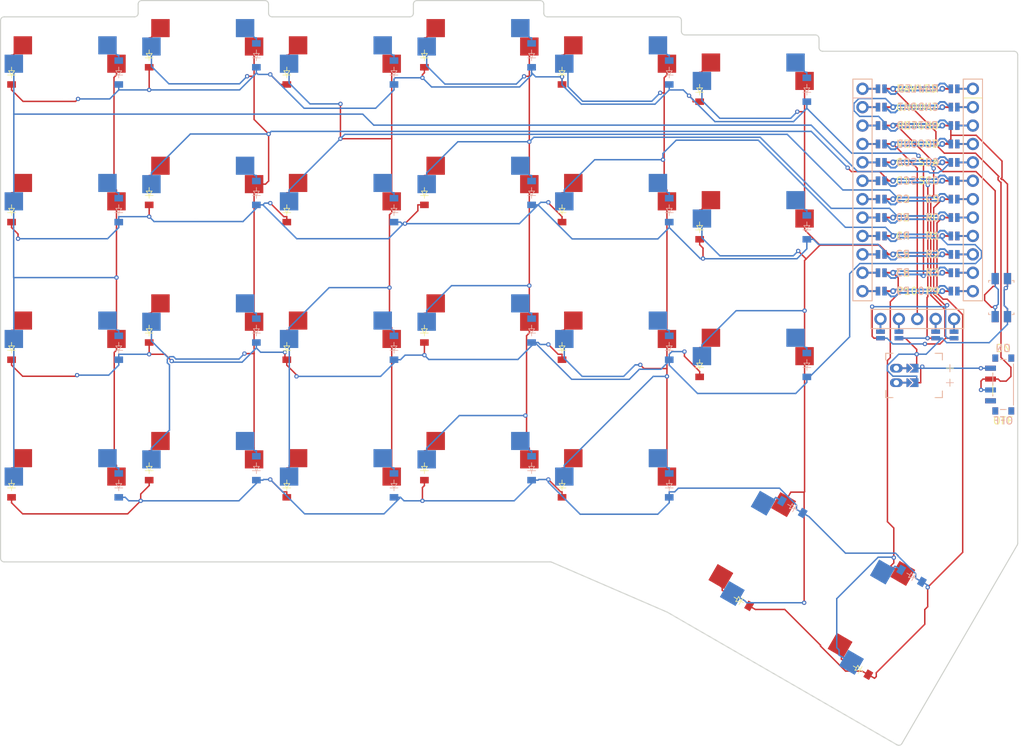
<source format=kicad_pcb>
(kicad_pcb (version 20240108) (generator "pcbnew") (generator_version "8.0")
  (title_block (title "eggada50_wireless") (date "2025-06-17") (rev "0.2") (company "ceoloide"))
  (layers (0 "F.Cu" signal) (31 "B.Cu" signal) (34 "B.Paste" user) (35 "F.Paste" user) (36 "B.SilkS" user "B.Silkscreen") (37 "F.SilkS" user "F.Silkscreen") (38 "B.Mask" user) (39 "F.Mask" user) (44 "Edge.Cuts" user))
  (net 0 "")
  (net 1 "C0")
  (net 2 "outer_mod_B")
  (net 3 "GND")
  (net 4 "outer_bottom_B")
  (net 5 "outer_home_B")
  (net 6 "outer_top_B")
  (net 7 "C1")
  (net 8 "pinky_mod_B")
  (net 9 "pinky_bottom_B")
  (net 10 "pinky_home_B")
  (net 11 "pinky_top_B")
  (net 12 "C2")
  (net 13 "ring_mod_B")
  (net 14 "ring_bottom_B")
  (net 15 "ring_home_B")
  (net 16 "ring_top_B")
  (net 17 "C3")
  (net 18 "middle_mod_B")
  (net 19 "middle_bottom_B")
  (net 20 "middle_home_B")
  (net 21 "middle_top_B")
  (net 22 "C4")
  (net 23 "index_mod_B")
  (net 24 "index_bottom_B")
  (net 25 "index_home_B")
  (net 26 "index_top_B")
  (net 27 "C5")
  (net 28 "inner_bottom_B")
  (net 29 "inner_home_B")
  (net 30 "inner_top_B")
  (net 31 "tucky_default_B")
  (net 32 "C6")
  (net 33 "reachy_default_B")
  (net 34 "R0")
  (net 35 "R1")
  (net 36 "R2")
  (net 37 "R3")
  (net 38 "outer_mod_F")
  (net 39 "outer_bottom_F")
  (net 40 "outer_home_F")
  (net 41 "outer_top_F")
  (net 42 "pinky_mod_F")
  (net 43 "pinky_bottom_F")
  (net 44 "pinky_home_F")
  (net 45 "pinky_top_F")
  (net 46 "ring_mod_F")
  (net 47 "ring_bottom_F")
  (net 48 "ring_home_F")
  (net 49 "ring_top_F")
  (net 50 "middle_mod_F")
  (net 51 "middle_bottom_F")
  (net 52 "middle_home_F")
  (net 53 "middle_top_F")
  (net 54 "index_mod_F")
  (net 55 "index_bottom_F")
  (net 56 "index_home_F")
  (net 57 "index_top_F")
  (net 58 "inner_bottom_F")
  (net 59 "inner_home_F")
  (net 60 "inner_top_F")
  (net 61 "tucky_default_F")
  (net 62 "reachy_default_F")
  (net 63 "RAW")
  (net 64 "RST")
  (net 65 "VCC")
  (net 66 "P10")
  (net 67 "LED")
  (net 68 "DAT")
  (net 69 "SDA")
  (net 70 "SCL")
  (net 71 "CS")
  (net 72 "P9")
  (net 73 "MCU1_24")
  (net 74 "MCU1_1")
  (net 75 "MCU1_23")
  (net 76 "MCU1_2")
  (net 77 "MCU1_22")
  (net 78 "MCU1_3")
  (net 79 "MCU1_21")
  (net 80 "MCU1_4")
  (net 81 "MCU1_20")
  (net 82 "MCU1_5")
  (net 83 "MCU1_19")
  (net 84 "MCU1_6")
  (net 85 "MCU1_18")
  (net 86 "MCU1_7")
  (net 87 "MCU1_17")
  (net 88 "MCU1_8")
  (net 89 "MCU1_16")
  (net 90 "MCU1_9")
  (net 91 "MCU1_15")
  (net 92 "MCU1_10")
  (net 93 "MCU1_14")
  (net 94 "MCU1_11")
  (net 95 "MCU1_13")
  (net 96 "MCU1_12")
  (net 97 "DISP1_1")
  (net 98 "DISP1_2")
  (net 99 "DISP1_4")
  (net 100 "DISP1_5")
  (net 101 "BAT_P")
  (net 102 "JST1_1")
  (net 103 "JST1_2")
  (footprint "ceoloide:switch_mx" (layer "F.Cu") (at 119 78.625)
    (property "Reference" "S31" (hide yes))
    (property "Value" "")
  )
  (footprint "ceoloide:diode_tht_sod123" (layer "F.Cu") (at 92.6 41.675 90)
    (property "Reference" "D29" (hide yes))
    (property "Value" "")
  )
  (footprint "ceoloide:switch_mx" (layer "F.Cu") (at 214.3045 118.24 60)
    (property "Reference" "S50" (hide yes))
    (property "Value" "")
  )
  (footprint "ceoloide:display_nice_view" (layer "F.Cu") (at 217.647 59)
    (property "Reference" "DISP1" (hide yes))
    (property "Value" "")
  )
  (footprint "ceoloide:mounting_hole_npth" (layer "F.Cu") (at 166.468 89.261)
    (property "Reference" "MH7" (hide yes))
    (property "Value" "")
  )
  (footprint "ceoloide:power_switch_smd_side" (layer "F.Cu") (at 229.5 84.75)
    (property "Reference" "PWR1" (hide yes))
    (property "Value" "")
  )
  (footprint "ceoloide:switch_mx" (layer "F.Cu") (at 119 40.625)
    (property "Reference" "S33" (hide yes))
    (property "Value" "")
  )
  (footprint "ceoloide:switch_mx" (layer "F.Cu") (at 100 100)
    (property "Reference" "S26" (hide yes))
    (property "Value" "")
  )
  (footprint "ceoloide:diode_tht_sod123" (layer "F.Cu") (at 149.6 96.3 90)
    (property "Reference" "D38" (hide yes))
    (property "Value" "")
  )
  (footprint "ceoloide:switch_mx" (layer "F.Cu") (at 176 81)
    (property "Reference" "S43" (hide yes))
    (property "Value" "")
  )
  (footprint "ceoloide:diode_tht_sod123" (layer "F.Cu") (at 168.6 79.675 90)
    (property "Reference" "D43" (hide yes))
    (property "Value" "")
  )
  (footprint "ceoloide:diode_tht_sod123" (layer "F.Cu") (at 130.6 79.675 90)
    (property "Reference" "D35" (hide yes))
    (property "Value" "")
  )
  (footprint "ceoloide:mcu_nice_nano" (layer "F.Cu") (at 217.704 56.62)
    (property "Reference" "MCU1" (hide yes))
    (property "Value" "")
  )
  (footprint "ceoloide:switch_mx" (layer "F.Cu") (at 157 97.625)
    (property "Reference" "S38" (hide yes))
    (property "Value" "")
  )
  (footprint "ceoloide:switch_mx" (layer "F.Cu") (at 100 43)
    (property "Reference" "S29" (hide yes))
    (property "Value" "")
  )
  (footprint "ceoloide:switch_mx" (layer "F.Cu") (at 195 83.375)
    (property "Reference" "S46" (hide yes))
    (property "Value" "")
  )
  (footprint "ceoloide:switch_mx" (layer "F.Cu") (at 138 100)
    (property "Reference" "S34" (hide yes))
    (property "Value" "")
  )
  (footprint "ceoloide:diode_tht_sod123" (layer "F.Cu") (at 187.6 63.05 90)
    (property "Reference" "D47" (hide yes))
    (property "Value" "")
  )
  (footprint "ceoloide:battery_connector_jst_ph_2" (layer "F.Cu") (at 214.75 83.5 90)
    (property "Reference" "JST1" (hide yes))
    (property "Value" "")
  )
  (footprint "ceoloide:diode_tht_sod123" (layer "F.Cu") (at 111.6 58.3 90)
    (property "Reference" "D32" (hide yes))
    (property "Value" "")
  )
  (footprint "ceoloide:switch_mx" (layer "F.Cu") (at 157 59.625)
    (property "Reference" "S40" (hide yes))
    (property "Value" "")
  )
  (footprint "ceoloide:diode_tht_sod123" (layer "F.Cu") (at 209.457 123.9861 150)
    (property "Reference" "D50" (hide yes))
    (property "Value" "")
  )
  (footprint "ceoloide:switch_mx" (layer "F.Cu") (at 195 45.375)
    (property "Reference" "S48" (hide yes))
    (property "Value" "")
  )
  (footprint "ceoloide:diode_tht_sod123" (layer "F.Cu") (at 168.6 41.675 90)
    (property "Reference" "D45" (hide yes))
    (property "Value" "")
  )
  (footprint "ceoloide:switch_mx" (layer "F.Cu") (at 157 78.625)
    (property "Reference" "S39" (hide yes))
    (property "Value" "")
  )
  (footprint "ceoloide:mounting_hole_npth" (layer "F.Cu") (at 207.762 89.226)
    (property "Reference" "MH1" (hide yes))
    (property "Value" "")
  )
  (footprint "ceoloide:diode_tht_sod123" (layer "F.Cu") (at 92.6 98.675 90)
    (property "Reference" "D26" (hide yes))
    (property "Value" "")
  )
  (footprint "ceoloide:switch_mx" (layer "F.Cu") (at 176 62)
    (property "Reference" "S44" (hide yes))
    (property "Value" "")
  )
  (footprint "ceoloide:mounting_hole_npth" (layer "F.Cu") (at 228.694 101.245)
    (property "Reference" "MH2" (hide yes))
    (property "Value" "")
  )
  (footprint "ceoloide:switch_mx" (layer "F.Cu") (at 195 64.375)
    (property "Reference" "S47" (hide yes))
    (property "Value" "")
  )
  (footprint "ceoloide:diode_tht_sod123" (layer "F.Cu") (at 149.6 39.3 90)
    (property "Reference" "D41" (hide yes))
    (property "Value" "")
  )
  (footprint "ceoloide:switch_mx" (layer "F.Cu") (at 138 81)
    (property "Reference" "S35" (hide yes))
    (property "Value" "")
  )
  (footprint "ceoloide:mounting_hole_npth" (layer "F.Cu") (at 109.5 50.125)
    (property "Reference" "MH3" (hide yes))
    (property "Value" "")
  )
  (footprint "ceoloide:diode_tht_sod123" (layer "F.Cu") (at 187.6 82.05 90)
    (property "Reference" "D46" (hide yes))
    (property "Value" "")
  )
  (footprint "ceoloide:switch_mx" (layer "F.Cu") (at 119 59.625)
    (property "Reference" "S32" (hide yes))
    (property "Value" "")
  )
  (footprint "ceoloide:switch_mx" (layer "F.Cu") (at 138 62)
    (property "Reference" "S36" (hide yes))
    (property "Value" "")
  )
  (footprint "ceoloide:diode_tht_sod123" (layer "F.Cu") (at 149.6 58.3 90)
    (property "Reference" "D40" (hide yes))
    (property "Value" "")
  )
  (footprint "ceoloide:switch_mx" (layer "F.Cu") (at 197.85 108.74 60)
    (property "Reference" "S49" (hide yes))
    (property "Value" "")
  )
  (footprint "ceoloide:switch_mx" (layer "F.Cu") (at 100 62)
    (property "Reference" "S28" (hide yes))
    (property "Value" "")
  )
  (footprint "ceoloide:mounting_hole_npth" (layer "F.Cu") (at 185.468 53.736)
    (property "Reference" "MH5" (hide yes))
    (property "Value" "")
  )
  (footprint "ceoloide:mounting_hole_npth" (layer "F.Cu") (at 210.8272 105.2628 60)
    (property "Reference" "MH8" (hide yes))
    (property "Value" "")
  )
  (footprint "ceoloide:mounting_hole_npth" (layer "F.Cu") (at 201.3272 121.7172 60)
    (property "Reference" "MH9" (hide yes))
    (property "Value" "")
  )
  (footprint "ceoloide:reset_switch_smd_side" (layer "F.Cu") (at 229.25 72.75 -90)
    (property "Reference" "RST1" (hide yes))
    (property "Value" "")
  )
  (footprint "ceoloide:diode_tht_sod123" (layer "F.Cu") (at 168.6 60.675 90)
    (property "Reference" "D44" (hide yes))
    (property "Value" "")
  )
  (footprint "ceoloide:switch_mx" (layer "F.Cu") (at 138 43)
    (property "Reference" "S37" (hide yes))
    (property "Value" "")
  )
  (footprint "ceoloide:diode_tht_sod123" (layer "F.Cu") (at 111.6 77.3 90)
    (property "Reference" "D31" (hide yes))
    (property "Value" "")
  )
  (footprint "ceoloide:diode_tht_sod123" (layer "F.Cu") (at 168.6 98.675 90)
    (property "Reference" "D42" (hide yes))
    (property "Value" "")
  )
  (footprint "ceoloide:diode_tht_sod123" (layer "F.Cu") (at 130.6 98.675 90)
    (property "Reference" "D34" (hide yes))
    (property "Value" "")
  )
  (footprint "ceoloide:mounting_hole_npth" (layer "F.Cu") (at 147.5 69.125)
    (property "Reference" "MH6" (hide yes))
    (property "Value" "")
  )
  (footprint "ceoloide:switch_mx" (layer "F.Cu") (at 119 97.625)
    (property "Reference" "S30" (hide yes))
    (property "Value" "")
  )
  (footprint "ceoloide:switch_mx" (layer "F.Cu") (at 176 100)
    (property "Reference" "S42" (hide yes))
    (property "Value" "")
  )
  (footprint "ceoloide:diode_tht_sod123" (layer "F.Cu") (at 149.6 77.3 90)
    (property "Reference" "D39" (hide yes))
    (property "Value" "")
  )
  (footprint "ceoloide:diode_tht_sod123" (layer "F.Cu") (at 92.6 60.675 90)
    (property "Reference" "D28" (hide yes))
    (property "Value" "")
  )
  (footprint "ceoloide:switch_mx" (layer "F.Cu") (at 100 81)
    (property "Reference" "S27" (hide yes))
    (property "Value" "")
  )
  (footprint "ceoloide:diode_tht_sod123" (layer "F.Cu") (at 187.6 44.05 90)
    (property "Reference" "D48" (hide yes))
    (property "Value" "")
  )
  (footprint "ceoloide:switch_mx" (layer "F.Cu") (at 176 43)
    (property "Reference" "S45" (hide yes))
    (property "Value" "")
  )
  (footprint "ceoloide:diode_tht_sod123" (layer "F.Cu") (at 130.6 60.675 90)
    (property "Reference" "D36" (hide yes))
    (property "Value" "")
  )
  (footprint "ceoloide:diode_tht_sod123" (layer "F.Cu") (at 92.6 79.675 90)
    (property "Reference" "D27" (hide yes))
    (property "Value" "")
  )
  (footprint "ceoloide:diode_tht_sod123" (layer "F.Cu") (at 111.6 39.3 90)
    (property "Reference" "D33" (hide yes))
    (property "Value" "")
  )
  (footprint "ceoloide:mounting_hole_npth" (layer "F.Cu") (at 109.5 88.125)
    (property "Reference" "MH4" (hide yes))
    (property "Value" "")
  )
  (footprint "ceoloide:diode_tht_sod123" (layer "F.Cu") (at 130.6 41.675 90)
    (property "Reference" "D37" (hide yes))
    (property "Value" "")
  )
  (footprint "ceoloide:diode_tht_sod123" (layer "F.Cu") (at 193.0025 114.4861 150)
    (property "Reference" "D49" (hide yes))
    (property "Value" "")
  )
  (footprint "ceoloide:diode_tht_sod123" (layer "F.Cu") (at 111.6 96.3 90)
    (property "Reference" "D30" (hide yes))
    (property "Value" "")
  )
  (footprint "ceoloide:switch_mx" (layer "F.Cu") (at 157 40.625)
    (property "Reference" "S41" (hide yes))
    (property "Value" "")
  )
  (footprint "ceoloide:diode_tht_sod123" (layer "B.Cu") (at 145.4 41.675 90)
    (property "Reference" "D12" (hide yes))
    (property "Value" "")
  )
  (footprint "ceoloide:switch_mx" (layer "B.Cu") (at 195 45.375)
    (property "Reference" "S23" (hide yes))
    (property "Value" "")
  )
  (footprint "ceoloide:diode_tht_sod123" (layer "B.Cu") (at 202.4 82.05 90)
    (property "Reference" "D21" (hide yes))
    (property "Value" "")
  )
  (footprint "ceoloide:switch_mx" (layer "B.Cu") (at 195 64.375)
    (property "Reference" "S22" (hide yes))
    (property "Value" "")
  )
  (footprint "ceoloide:diode_tht_sod123" (layer "B.Cu") (at 200.4025 101.6689 150)
    (property "Reference" "D24" (hide yes))
    (property "Value" "")
  )
  (footprint "ceoloide:diode_tht_sod123" (layer "B.Cu") (at 145.4 98.675 90)
    (property "Reference" "D9" (hide yes))
    (property "Value" "")
  )
  (footprint "ceoloide:diode_tht_sod123" (layer "B.Cu") (at 107.4 60.675 90)
    (property "Reference" "D3" (hide yes))
    (property "Value" "")
  )
  (footprint "ceoloide:switch_mx" (layer "B.Cu") (at 138 100)
    (property "Reference" "S9" (hide yes))
    (property "Value" "")
  )
  (footprint "ceoloide:switch_mx" (layer "B.Cu") (at 176 100)
    (property "Reference" "S17" (hide yes))
    (property "Value" "")
  )
  (footprint "ceoloide:switch_mx" (layer "B.Cu") (at 119 59.625)
    (property "Reference" "S7" (hide yes))
    (property "Value" "")
  )
  (footprint "ceoloide:diode_tht_sod123" (layer "B.Cu") (at 183.4 41.675 90)
    (property "Reference" "D20" (hide yes))
    (property "Value" "")
  )
  (footprint "ceoloide:switch_mx" (layer "B.Cu") (at 138 81)
    (property "Reference" "S10" (hide yes))
    (property "Value" "")
  )
  (footprint "ceoloide:switch_mx" (layer "B.Cu") (at 119 97.625)
    (property "Reference" "S5" (hide yes))
    (property "Value" "")
  )
  (footprint "ceoloide:switch_mx" (layer "B.Cu") (at 100 43)
    (property "Reference" "S4" (hide yes))
    (property "Value" "")
  )
  (footprint "ceoloide:switch_mx" (layer "B.Cu") (at 100 100)
    (property "Reference" "S1" (hide yes))
    (property "Value" "")
  )
  (footprint "ceoloide:diode_tht_sod123" (layer "B.Cu") (at 183.4 98.675 90)
    (property "Reference" "D17" (hide yes))
    (property "Value" "")
  )
  (footprint "ceoloide:switch_mx" (layer "B.Cu") (at 157 78.625)
    (property "Reference" "S14" (hide yes))
    (property "Value" "")
  )
  (footprint "ceoloide:switch_mx" (layer "B.Cu") (at 157 97.625)
    (property "Reference" "S13" (hide yes))
    (property "Value" "")
  )
  (footprint "ceoloide:diode_tht_sod123" (layer "B.Cu") (at 126.4 77.3 90)
    (property "Reference" "D6" (hide yes))
    (property "Value" "")
  )
  (footprint "ceoloide:switch_mx" (layer "B.Cu") (at 100 62)
    (property "Reference" "S3" (hide yes))
    (property "Value" "")
  )
  (footprint "ceoloide:diode_tht_sod123" (layer "B.Cu") (at 145.4 79.675 90)
    (property "Reference" "D10" (hide yes))
    (property "Value" "")
  )
  (footprint "ceoloide:switch_mx" (layer "B.Cu") (at 157 59.625)
    (property "Reference" "S15" (hide yes))
    (property "Value" "")
  )
  (footprint "ceoloide:diode_tht_sod123" (layer "B.Cu") (at 164.4 58.3 90)
    (property "Reference" "D15" (hide yes))
    (property "Value" "")
  )
  (footprint "ceoloide:diode_tht_sod123" (layer "B.Cu") (at 126.4 96.3 90)
    (property "Reference" "D5" (hide yes))
    (property "Value" "")
  )
  (footprint "ceoloide:diode_tht_sod123" (layer "B.Cu") (at 202.4 63.05 90)
    (property "Reference" "D22" (hide yes))
    (property "Value" "")
  )
  (footprint "ceoloide:switch_mx" (layer "B.Cu") (at 214.3045 118.24 60)
    (property "Reference" "S25" (hide yes))
    (property "Value" "")
  )
  (footprint "ceoloide:switch_mx" (layer "B.Cu") (at 138 43)
    (property "Reference" "S12" (hide yes))
    (property "Value" "")
  )
  (footprint "ceoloide:switch_mx" (layer "B.Cu") (at 195 83.375)
    (property "Reference" "S21" (hide yes))
    (property "Value" "")
  )
  (footprint "ceoloide:diode_tht_sod123" (layer "B.Cu") (at 126.4 58.3 90)
    (property "Reference" "D7" (hide yes))
    (property "Value" "")
  )
  (footprint "ceoloide:switch_mx" (layer "B.Cu") (at 157 40.625)
    (property "Reference" "S16" (hide yes))
    (property "Value" "")
  )
  (footprint "ceoloide:switch_mx" (layer "B.Cu") (at 176 43)
    (property "Reference" "S20" (hide yes))
    (property "Value" "")
  )
  (footprint "ceoloide:switch_mx" (layer "B.Cu") (at 197.85 108.74 60)
    (property "Reference" "S24" (hide yes))
    (property "Value" "")
  )
  (footprint "ceoloide:diode_tht_sod123" (layer "B.Cu") (at 164.4 39.3 90)
    (property "Reference" "D16" (hide yes))
    (property "Value" "")
  )
  (footprint "ceoloide:switch_mx" (layer "B.Cu") (at 119 40.625)
    (property "Reference" "S8" (hide yes))
    (property "Value" "")
  )
  (footprint "ceoloide:diode_tht_sod123" (layer "B.Cu") (at 183.4 79.675 90)
    (property "Reference" "D18" (hide yes))
    (property "Value" "")
  )
  (footprint "ceoloide:diode_tht_sod123" (layer "B.Cu") (at 202.4 44.05 90)
    (property "Reference" "D23" (hide yes))
    (property "Value" "")
  )
  (footprint "ceoloide:switch_mx" (layer "B.Cu") (at 100 81)
    (property "Reference" "S2" (hide yes))
    (property "Value" "")
  )
  (footprint "ceoloide:diode_tht_sod123" (layer "B.Cu") (at 145.4 60.675 90)
    (property "Reference" "D11" (hide yes))
    (property "Value" "")
  )
  (footprint "ceoloide:switch_mx" (layer "B.Cu") (at 176 62)
    (property "Reference" "S19" (hide yes))
    (property "Value" "")
  )
  (footprint "ceoloide:diode_tht_sod123" (layer "B.Cu") (at 126.4 39.3 90)
    (property "Reference" "D8" (hide yes))
    (property "Value" "")
  )
  (footprint "ceoloide:switch_mx" (layer "B.Cu") (at 176 81)
    (property "Reference" "S18" (hide yes))
    (property "Value" "")
  )
  (footprint "ceoloide:diode_tht_sod123" (layer "B.Cu") (at 107.4 41.675 90)
    (property "Reference" "D4" (hide yes))
    (property "Value" "")
  )
  (footprint "ceoloide:switch_mx" (layer "B.Cu") (at 119 78.625)
    (property "Reference" "S6" (hide yes))
    (property "Value" "")
  )
  (footprint "ceoloide:switch_mx" (layer "B.Cu") (at 138 62)
    (property "Reference" "S11" (hide yes))
    (property "Value" "")
  )
  (footprint "ceoloide:diode_tht_sod123" (layer "B.Cu") (at 107.4 98.675 90)
    (property "Reference" "D1" (hide yes))
    (property "Value" "")
  )
  (footprint "ceoloide:diode_tht_sod123" (layer "B.Cu") (at 183.4 60.675 90)
    (property "Reference" "D19" (hide yes))
    (property "Value" "")
  )
  (footprint "ceoloide:diode_tht_sod123" (layer "B.Cu") (at 107.4 79.675 90)
    (property "Reference" "D2" (hide yes))
    (property "Value" "")
  )
  (footprint "ceoloide:diode_tht_sod123" (layer "B.Cu") (at 164.4 96.3 90)
    (property "Reference" "D13" (hide yes))
    (property "Value" "")
  )
  (footprint "ceoloide:diode_tht_sod123" (layer "B.Cu") (at 164.4 77.3 90)
    (property "Reference" "D14" (hide yes))
    (property "Value" "")
  )
  (footprint "ceoloide:diode_tht_sod123" (layer "B.Cu") (at 216.857 111.1689 150)
    (property "Reference" "D25" (hide yes))
    (property "Value" "")
  )
  (gr_line (start 185.082 34.49) (end 185.082 35.988) (stroke (width 0.15)) (layer "Edge.Cuts"))
  (gr_line (start 166.582 33.99) (end 184.582 33.99) (stroke (width 0.15)) (layer "Edge.Cuts"))
  (gr_arc (start 166.978501 109.24) (mid 167.079851 109.25038) (end 167.176994 109.281088) (stroke (width 0.15)) (layer "Edge.Cuts"))
  (gr_arc (start 110.08 32.238) (mid 110.226447 31.884447) (end 110.58 31.738) (stroke (width 0.15)) (layer "Edge.Cuts"))
  (gr_line (start 166.082 32.238) (end 166.082 33.49) (stroke (width 0.15)) (layer "Edge.Cuts"))
  (gr_arc (start 91.581987 109.24) (mid 91.228447 109.093553) (end 91.081987 108.740013) (stroke (width 0.15)) (layer "Edge.Cuts"))
  (gr_arc (start 148.08 33.49) (mid 147.933553 33.843553) (end 147.58 33.99) (stroke (width 0.15)) (layer "Edge.Cuts"))
  (gr_arc (start 183.113914 116.174286) (mid 183.140041 116.186494) (end 183.165421 116.200186) (stroke (width 0.15)) (layer "Edge.Cuts"))
  (gr_line (start 185.582 36.488) (end 203.582222 36.488) (stroke (width 0.15)) (layer "Edge.Cuts"))
  (gr_arc (start 91.080013 34.490013) (mid 91.226456 34.136456) (end 91.580013 33.99) (stroke (width 0.15)) (layer "Edge.Cuts"))
  (gr_line (start 148.08 33.49) (end 148.08 32.238) (stroke (width 0.15)) (layer "Edge.Cuts"))
  (gr_arc (start 110.08 33.49) (mid 109.933553 33.843553) (end 109.58 33.99) (stroke (width 0.15)) (layer "Edge.Cuts"))
  (gr_line (start 183.165421 116.200186) (end 214.849384 134.49293) (stroke (width 0.15)) (layer "Edge.Cuts"))
  (gr_arc (start 231.013 38.74) (mid 231.366553 38.886447) (end 231.513 39.24) (stroke (width 0.15)) (layer "Edge.Cuts"))
  (gr_line (start 183.113914 116.174286) (end 167.176994 109.281088) (stroke (width 0.15)) (layer "Edge.Cuts"))
  (gr_line (start 148.58 31.738) (end 165.582 31.738) (stroke (width 0.15)) (layer "Edge.Cuts"))
  (gr_arc (start 185.582 36.488) (mid 185.228447 36.341553) (end 185.082 35.988) (stroke (width 0.15)) (layer "Edge.Cuts"))
  (gr_line (start 110.58 31.738) (end 127.582 31.738) (stroke (width 0.15)) (layer "Edge.Cuts"))
  (gr_line (start 231.513 39.24) (end 231.513 106.667025) (stroke (width 0.15)) (layer "Edge.Cuts"))
  (gr_arc (start 203.582222 36.488) (mid 203.935683 36.634376) (end 204.082222 36.987778) (stroke (width 0.15)) (layer "Edge.Cuts"))
  (gr_line (start 91.580013 33.99) (end 109.58 33.99) (stroke (width 0.15)) (layer "Edge.Cuts"))
  (gr_arc (start 165.582 31.738) (mid 165.935553 31.884447) (end 166.082 32.238) (stroke (width 0.15)) (layer "Edge.Cuts"))
  (gr_line (start 128.582 33.99) (end 147.58 33.99) (stroke (width 0.15)) (layer "Edge.Cuts"))
  (gr_line (start 91.081987 108.740013) (end 91.080013 34.490013) (stroke (width 0.15)) (layer "Edge.Cuts"))
  (gr_line (start 204.082222 36.987778) (end 204.082778 38.240222) (stroke (width 0.15)) (layer "Edge.Cuts"))
  (gr_line (start 231.446013 106.917025) (end 231.198 107.346596) (stroke (width 0.15)) (layer "Edge.Cuts"))
  (gr_line (start 128.082 32.238) (end 128.082 33.49) (stroke (width 0.15)) (layer "Edge.Cuts"))
  (gr_arc (start 148.08 32.238) (mid 148.226447 31.884447) (end 148.58 31.738) (stroke (width 0.15)) (layer "Edge.Cuts"))
  (gr_line (start 91.581987 109.24) (end 166.978501 109.24) (stroke (width 0.15)) (layer "Edge.Cuts"))
  (gr_arc (start 166.582 33.99) (mid 166.228447 33.843553) (end 166.082 33.49) (stroke (width 0.15)) (layer "Edge.Cuts"))
  (gr_line (start 204.582778 38.74) (end 231.013 38.74) (stroke (width 0.15)) (layer "Edge.Cuts"))
  (gr_arc (start 128.582 33.99) (mid 128.228447 33.843553) (end 128.082 33.49) (stroke (width 0.15)) (layer "Edge.Cuts"))
  (gr_arc (start 184.582 33.99) (mid 184.935553 34.136447) (end 185.082 34.49) (stroke (width 0.15)) (layer "Edge.Cuts"))
  (gr_arc (start 231.513 106.667025) (mid 231.495957 106.796432) (end 231.446013 106.917025) (stroke (width 0.15)) (layer "Edge.Cuts"))
  (gr_line (start 231.198 107.346596) (end 215.531712 134.311099) (stroke (width 0.15)) (layer "Edge.Cuts"))
  (gr_line (start 110.08 33.49) (end 110.08 32.238) (stroke (width 0.15)) (layer "Edge.Cuts"))
  (gr_arc (start 127.582 31.738) (mid 127.935553 31.884447) (end 128.082 32.238) (stroke (width 0.15)) (layer "Edge.Cuts"))
  (gr_arc (start 215.531712 134.311099) (mid 215.228135 134.543038) (end 214.849384 134.49293) (stroke (width 0.15)) (layer "Edge.Cuts"))
  (gr_arc (start 204.582778 38.74) (mid 204.229317 38.593624) (end 204.082778 38.240222) (stroke (width 0.15)) (layer "Edge.Cuts"))
  (segment (start 107.085 59.46) (end 107.085 57.9083) (width 0.2) (layer "F.Cu") (net 1))
  (segment (start 107.085 40.46) (end 107.085 42.0117) (width 0.2) (layer "F.Cu") (net 1))
  (segment (start 106.7449 57.5682) (end 107.085 57.9083) (width 0.2) (layer "F.Cu") (net 1))
  (segment (start 106.7788 95.6021) (end 107.085 95.9083) (width 0.2) (layer "F.Cu") (net 1))
  (segment (start 107.085 42.0117) (end 106.7449 42.3518) (width 0.2) (layer "F.Cu") (net 1))
  (segment (start 106.7449 42.3518) (end 106.7449 57.5682) (width 0.2) (layer "F.Cu") (net 1))
  (segment (start 107.085 78.46) (end 107.085 80.0117) (width 0.2) (layer "F.Cu") (net 1))
  (segment (start 107.085 80.0117) (end 106.7788 80.3179) (width 0.2) (layer "F.Cu") (net 1))
  (segment (start 106.7788 80.3179) (end 106.7788 95.6021) (width 0.2) (layer "F.Cu") (net 1))
  (segment (start 107.085 59.46) (end 107.085 69.9878) (width 0.2) (layer "F.Cu") (net 1))
  (segment (start 107.085 97.46) (end 107.085 95.9083) (width 0.2) (layer "F.Cu") (net 1))
  (segment (start 213.124 54.08) (end 214.304 54.08) (width 0.25) (layer "F.Cu") (net 1))
  (segment (start 107.085 69.9878) (end 107.085 78.46) (width 0.2) (layer "F.Cu") (net 1))
  (via (at 107.085 69.9878) (size 0.6) (drill 0.3) (layers "F.Cu" "B.Cu") (net 1))
  (segment (start 222.2065 54.08) (end 222.129 54.08) (width 0.25) (layer "B.Cu") (net 1))
  (segment (start 220.804 53.355) (end 220.299 53.86) (width 0.25) (layer "B.Cu") (net 1))
  (segment (start 92.915 69.9878) (end 92.915 76.9083) (width 0.2) (layer "B.Cu") (net 1))
  (segment (start 141.0823 47.4189) (end 92.915 47.4189) (width 0.2) (layer "B.Cu") (net 1))
  (segment (start 92.915 59.46) (end 92.915 47.4189) (width 0.2) (layer "B.Cu") (net 1))
  (segment (start 219.37 55.5323) (end 219.1877 55.35) (width 0.2) (layer "B.Cu") (net 1))
  (segment (start 214.524 53.86) (end 214.304 54.08) (width 0.2) (layer "B.Cu") (net 1))
  (segment (start 92.915 61.0117) (end 92.8919 61.0348) (width 0.2) (layer "B.Cu") (net 1))
  (segment (start 142.6034 48.94) (end 141.0823 47.4189) (width 0.2) (layer "B.Cu") (net 1))
  (segment (start 92.915 78.46) (end 92.915 97.46) (width 0.2) (layer "B.Cu") (net 1))
  (segment (start 92.8919 69.9647) (end 92.915 69.9878) (width 0.2) (layer "B.Cu") (net 1))
  (segment (start 92.8919 61.0348) (end 92.8919 69.9647) (width 0.2) (layer "B.Cu") (net 1))
  (segment (start 220.9661 55.3204) (end 220.7671 55.3204) (width 0.2) (layer "B.Cu") (net 1))
  (segment (start 92.915 47.4189) (end 92.915 40.46) (width 0.2) (layer "B.Cu") (net 1))
  (segment (start 202.9958 48.94) (end 142.6034 48.94) (width 0.2) (layer "B.Cu") (net 1))
  (segment (start 222.479 54.08) (end 222.284 54.08) (width 0.25) (layer "B.Cu") (net 1))
  (segment (start 222.284 54.08) (end 222.2065 54.08) (width 0.25) (layer "B.Cu") (net 1))
  (segment (start 222.129 54.08) (end 221.404 53.355) (width 0.25) (layer "B.Cu") (net 1))
  (segment (start 220.299 53.86) (end 214.524 53.86) (width 0.25) (layer "B.Cu") (net 1))
  (segment (start 221.404 53.355) (end 220.804 53.355) (width 0.25) (layer "B.Cu") (net 1))
  (segment (start 92.915 78.46) (end 92.915 76.9083) (width 0.2) (layer "B.Cu") (net 1))
  (segment (start 220.5552 55.5323) (end 219.37 55.5323) (width 0.2) (layer "B.Cu") (net 1))
  (segment (start 219.1877 55.35) (end 209.4058 55.35) (width 0.2) (layer "B.Cu") (net 1))
  (segment (start 220.7671 55.3204) (end 220.5552 55.5323) (width 0.2) (layer "B.Cu") (net 1))
  (segment (start 92.915 69.9878) (end 107.085 69.9878) (width 0.2) (layer "B.Cu") (net 1))
  (segment (start 222.2065 54.08) (end 220.9661 55.3204) (width 0.2) (layer "B.Cu") (net 1))
  (segment (start 209.4058 55.35) (end 202.9958 48.94) (width 0.2) (layer "B.Cu") (net 1))
  (segment (start 92.915 59.46) (end 92.915 61.0117) (width 0.2) (layer "B.Cu") (net 1))
  (segment (start 107.1953 96.2733) (end 105.842 94.92) (width 0.2) (layer "B.Cu") (net 2))
  (segment (start 107.4 96.2733) (end 107.1953 96.2733) (width 0.2) (layer "B.Cu") (net 2))
  (segment (start 107.4 97.025) (end 107.4 96.2733) (width 0.2) (layer "B.Cu") (net 2))
  (segment (start 229.3447 53.9012) (end 229.3447 56.1834) (width 0.2) (layer "F.Cu") (net 3))
  (segment (start 217.566 79.9073) (end 217.566 80.5625) (width 0.2) (layer "F.Cu") (net 3))
  (segment (start 229.3447 56.1834) (end 229.2033 56.3248) (width 0.2) (layer "F.Cu") (net 3))
  (segment (start 216.0087 78.35) (end 217.566 79.9073) (width 0.2) (layer "F.Cu") (net 3))
  (segment (start 221.594 51.54) (end 221.104 51.54) (width 0.25) (layer "F.Cu") (net 3))
  (segment (start 229.2033 56.3249) (end 229.3207 56.4423) (width 0.2) (layer "F.Cu") (net 3))
  (segment (start 222.284 50.85) (end 222.284 50.3425) (width 0.2) (layer "F.Cu") (net 3))
  (segment (start 222.284 49) (end 221.104 49) (width 0.25) (layer "F.Cu") (net 3))
  (segment (start 229.4621 56.4423) (end 230.1 57.0802) (width 0.2) (layer "F.Cu") (net 3))
  (segment (start 221.594 51.54) (end 222.284 50.85) (width 0.2) (layer "F.Cu") (net 3))
  (segment (start 230.1 57.0802) (end 230.1 70.125) (width 0.2) (layer "F.Cu") (net 3))
  (segment (start 229.2033 56.3248) (end 229.2033 56.3249) (width 0.2) (layer "F.Cu") (net 3))
  (segment (start 229.8759 71.4258) (end 229.6517 71.65) (width 0.2) (layer "F.Cu") (net 3))
  (segment (start 229.6517 71.65) (end 229.6517 73.85) (width 0.2) (layer "F.Cu") (net 3))
  (segment (start 229.3207 56.4423) (end 229.4621 56.4423) (width 0.2) (layer "F.Cu") (net 3))
  (segment (start 230.1 75.375) (end 230.1 74.2983) (width 0.2) (layer "F.Cu") (net 3))
  (segment (start 230.1 71.2017) (end 229.8759 71.4258) (width 0.2) (layer "F.Cu") (net 3))
  (segment (start 215.107 78.35) (end 216.0087 78.35) (width 0.2) (layer "F.Cu") (net 3))
  (segment (start 222.284 50.3425) (end 222.284 49) (width 0.2) (layer "F.Cu") (net 3))
  (segment (start 225.786 50.3425) (end 229.3447 53.9012) (width 0.2) (layer "F.Cu") (net 3))
  (segment (start 222.284 50.3425) (end 225.786 50.3425) (width 0.2) (layer "F.Cu") (net 3))
  (segment (start 230.1 70.125) (end 230.1 71.2017) (width 0.2) (layer "F.Cu") (net 3))
  (segment (start 213.124 46.46) (end 214.304 46.46) (width 0.25) (layer "F.Cu") (net 3))
  (segment (start 217.566 80.5625) (end 217.566 82.5) (width 0.2) (layer "F.Cu") (net 3))
  (segment (start 222.284 51.54) (end 221.594 51.54) (width 0.25) (layer "F.Cu") (net 3))
  (segment (start 229.6517 73.85) (end 230.1 74.2983) (width 0.2) (layer "F.Cu") (net 3))
  (via (at 217.566 80.5625) (size 0.6) (drill 0.3) (layers "F.Cu" "B.Cu") (net 3))
  (via (at 229.8759 71.4258) (size 0.6) (drill 0.3) (layers "F.Cu" "B.Cu") (net 3))
  (segment (start 213.2604 45.2666) (end 214.304 46.3102) (width 0.2) (layer "B.Cu") (net 3))
  (segment (start 214.004 49.725) (end 214.604 49.725) (width 0.25) (layer "B.Cu") (net 3))
  (segment (start 213.5158 82.1365) (end 213.5158 82.8326) (width 0.2) (layer "B.Cu") (net 3))
  (segment (start 230.1 74.2983) (end 229.6444 73.8427) (width 0.2) (layer "B.Cu") (net 3))
  (segment (start 208.8878 46.9262) (end 208.8878 45.9571) (width 0.2) (layer "B.Cu") (net 3))
  (segment (start 213.5158 82.8326) (end 214.2815 83.5983) (width 0.2) (layer "B.Cu") (net 3))
  (segment (start 220.187 78.35) (end 221.0887 78.35) (width 0.2) (layer "B.Cu") (net 3))
  (segment (start 217.566 84.5) (end 217.566 83.5983) (width 0.2) (layer "B.Cu") (net 3))
  (segment (start 221.404 45.735) (end 220.804 45.735) (width 0.25) (layer "B.Cu") (net 3))
  (segment (start 229.6444 73.8427) (end 229.6444 71.6573) (width 0.2) (layer "B.Cu") (net 3))
  (segment (start 213.124 49) (end 213.279 49) (width 0.25) (layer "B.Cu") (net 3))
  (segment (start 221.71 78.9713) (end 227.5804 78.9713) (width 0.2) (layer "B.Cu") (net 3))
  (segment (start 229.6444 71.6573) (end 229.8759 71.4258) (width 0.2) (layer "B.Cu") (net 3))
  (segment (start 214.2815 83.5983) (end 217.566 83.5983) (width 0.2) (layer "B.Cu") (net 3))
  (segment (start 215.0898 80.5625) (end 213.5158 82.1365) (width 0.2) (layer "B.Cu") (net 3))
  (segment (start 212.929 51.54) (end 213.124 51.54) (width 0.25) (layer "B.Cu") (net 3))
  (segment (start 213.124 51.54) (end 213.279 51.54) (width 0.25) (layer "B.Cu") (net 3))
  (segment (start 215.099 49.23) (end 220.874 49.23) (width 0.25) (layer "B.Cu") (net 3))
  (segment (start 230.1 71.2017) (end 229.8759 71.4258) (width 0.2) (layer "B.Cu") (net 3))
  (segment (start 208.8878 45.9571) (end 209.5783 45.2666) (width 0.2) (layer "B.Cu") (net 3))
  (segment (start 230.1 74.9375) (end 230.1 74.2983) (width 0.2) (layer "B.Cu") (net 3))
  (segment (start 212.304 47.73) (end 209.6916 47.73) (width 0.2) (layer "B.Cu") (net 3))
  (segment (start 221.0887 78.35) (end 218.8762 80.5625) (width 0.2) (layer "B.Cu") (net 3))
  (segment (start 222.479 46.46) (end 222.284 46.46) (width 0.25) (layer "B.Cu") (net 3))
  (segment (start 213.0265 49) (end 213.0265 48.4525) (width 0.2) (layer "B.Cu") (net 3))
  (segment (start 230.1 74.9375) (end 230.1 75.375) (width 0.2) (layer "B.Cu") (net 3))
  (segment (start 227.5804 78.9713) (end 230.1 76.4517) (width 0.2) (layer "B.Cu") (net 3))
  (segment (start 214.524 46.24) (end 214.304 46.46) (width 0.2) (layer "B.Cu") (net 3))
  (segment (start 213.279 51.54) (end 214.004 52.265) (width 0.25) (layer "B.Cu") (net 3))
  (segment (start 230.1 75.375) (end 230.1 76.4517) (width 0.2) (layer "B.Cu") (net 3))
  (segment (start 220.874 51.77) (end 221.104 51.54) (width 0.2) (layer "B.Cu") (net 3))
  (segment (start 222.284 46.46) (end 222.129 46.46) (width 0.25) (layer "B.Cu") (net 3))
  (segment (start 212.929 49) (end 213.0265 49) (width 0.25) (layer "B.Cu") (net 3))
  (segment (start 220.804 45.735) (end 220.299 46.24) (width 0.25) (layer "B.Cu") (net 3))
  (segment (start 220.874 49.23) (end 221.104 49) (width 0.2) (layer "B.Cu") (net 3))
  (segment (start 213.279 49) (end 214.004 49.725) (width 0.25) (layer "B.Cu") (net 3))
  (segment (start 214.604 49.725) (end 215.099 49.23) (width 0.25) (layer "B.Cu") (net 3))
  (segment (start 209.5783 45.2666) (end 213.2604 45.2666) (width 0.2) (layer "B.Cu") (net 3))
  (segment (start 220.299 46.24) (end 214.524 46.24) (width 0.25) (layer "B.Cu") (net 3))
  (segment (start 218.8762 80.5625) (end 217.566 80.5625) (width 0.2) (layer "B.Cu") (net 3))
  (segment (start 214.304 46.3102) (end 214.304 46.46) (width 0.2) (layer "B.Cu") (net 3))
  (segment (start 209.6916 47.73) (end 208.8878 46.9262) (width 0.2) (layer "B.Cu") (net 3))
  (segment (start 214.004 52.265) (end 214.604 52.265) (width 0.25) (layer "B.Cu") (net 3))
  (segment (start 221.0887 78.35) (end 221.71 78.9713) (width 0.2) (layer "B.Cu") (net 3))
  (segment (start 213.0265 49) (end 213.124 49) (width 0.25) (layer "B.Cu") (net 3))
  (segment (start 230.1 70.125) (end 230.1 71.2017) (width 0.2) (layer "B.Cu") (net 3))
  (segment (start 217.566 80.5625) (end 215.0898 80.5625) (width 0.2) (layer "B.Cu") (net 3))
  (segment (start 222.129 46.46) (end 221.404 45.735) (width 0.25) (layer "B.Cu") (net 3))
  (segment (start 215.099 51.77) (end 220.874 51.77) (width 0.25) (layer "B.Cu") (net 3))
  (segment (start 213.0265 48.4525) (end 212.304 47.73) (width 0.2) (layer "B.Cu") (net 3))
  (segment (start 214.604 52.265) (end 215.099 51.77) (width 0.25) (layer "B.Cu") (net 3))
  (segment (start 107.4 78.025) (end 107.4 77.2733) (width 0.2) (layer "B.Cu") (net 4))
  (segment (start 107.1953 77.2733) (end 105.842 75.92) (width 0.2) (layer "B.Cu") (net 4))
  (segment (start 107.4 77.2733) (end 107.1953 77.2733) (width 0.2) (layer "B.Cu") (net 4))
  (segment (start 107.4 58.2733) (end 107.1953 58.2733) (width 0.2) (layer "B.Cu") (net 5))
  (segment (start 107.1953 58.2733) (end 105.842 56.92) (width 0.2) (layer "B.Cu") (net 5))
  (segment (start 107.4 59.025) (end 107.4 58.2733) (width 0.2) (layer "B.Cu") (net 5))
  (segment (start 107.1953 39.2733) (end 105.842 37.92) (width 0.2) (layer "B.Cu") (net 6))
  (segment (start 107.4 39.2733) (end 107.1953 39.2733) (width 0.2) (layer "B.Cu") (net 6))
  (segment (start 107.4 40.025) (end 107.4 39.2733) (width 0.2) (layer "B.Cu") (net 6))
  (segment (start 125.1236 42.1876) (end 126.085 42.1876) (width 0.2) (layer "F.Cu") (net 7))
  (segment (start 126.085 80.4795) (end 124.7572 80.4795) (width 0.2) (layer "F.Cu") (net 7))
  (segment (start 126.085 57.8734) (end 126.085 76.085) (width 0.2) (layer "F.Cu") (net 7))
  (segment (start 212.444 55.35) (end 208.5549 55.35) (width 0.2) (layer "F.Cu") (net 7))
  (segment (start 126.085 57.085) (end 126.8734 57.085) (width 0.2) (layer "F.Cu") (net 7))
  (segment (start 213.714 56.62) (end 212.444 55.35) (width 0.2) (layer "F.Cu") (net 7))
  (segment (start 126.8734 57.085) (end 127.6617 57.085) (width 0.2) (layer "F.Cu") (net 7))
  (segment (start 213.124 56.62) (end 213.714 56.62) (width 0.25) (layer "F.Cu") (net 7))
  (segment (start 208.5549 55.35) (end 208.0321 54.8272) (width 0.2) (layer "F.Cu") (net 7))
  (segment (start 126.8734 57.085) (end 126.085 57.8734) (width 0.2) (layer "F.Cu") (net 7))
  (segment (start 126.085 42.1876) (end 126.085 48.1574) (width 0.2) (layer "F.Cu") (net 7))
  (segment (start 128.0915 56.6552) (end 128.0915 50.1639) (width 0.2) (layer "F.Cu") (net 7))
  (segment (start 126.085 80.4795) (end 126.085 93.5333) (width 0.2) (layer "F.Cu") (net 7))
  (segment (start 126.085 95.085) (end 126.085 93.5333) (width 0.2) (layer "F.Cu") (net 7))
  (segment (start 213.714 56.62) (end 214.304 56.62) (width 0.25) (layer "F.Cu") (net 7))
  (segment (start 126.085 48.1574) (end 128.0915 50.1639) (width 0.2) (layer "F.Cu") (net 7))
  (segment (start 127.6617 57.085) (end 128.0915 56.6552) (width 0.2) (layer "F.Cu") (net 7))
  (segment (start 126.085 76.085) (end 126.085 80.4795) (width 0.2) (layer "F.Cu") (net 7))
  (segment (start 126.085 38.085) (end 126.085 42.1876) (width 0.2) (layer "F.Cu") (net 7))
  (via (at 124.7572 80.4795) (size 0.6) (drill 0.3) (layers "F.Cu" "B.Cu") (net 7))
  (via (at 208.0321 54.8272) (size 0.6) (drill 0.3) (layers "F.Cu" "B.Cu") (net 7))
  (via (at 128.0915 50.1639) (size 0.6) (drill 0.3) (layers "F.Cu" "B.Cu") (net 7))
  (via (at 125.1236 42.1876) (size 0.6) (drill 0.3) (layers "F.Cu" "B.Cu") (net 7))
  (segment (start 128.4512 49.8042) (end 128.0915 50.1639) (width 0.2) (layer "B.Cu") (net 7))
  (segment (start 203.0091 49.8042) (end 128.4512 49.8042) (width 0.2) (layer "B.Cu") (net 7))
  (segment (start 111.915 78.7464) (end 114.2663 81.0976) (width 0.2) (layer "B.Cu") (net 7))
  (segment (start 111.915 55.5333) (end 117.2844 50.1639) (width 0.2) (layer "B.Cu") (net 7))
  (segment (start 124.0737 43.2375) (end 125.1236 42.1876) (width 0.2) (layer "B.Cu") (net 7))
  (segment (start 115.2892 81.2326) (end 114.9594 80.9028) (width 0.2) (layer "B.Cu") (net 7))
  (segment (start 111.915 95.085) (end 111.915 93.5333) (width 0.2) (layer "B.Cu") (net 7))
  (segment (start 114.4027 91.0456) (end 111.915 93.5333) (width 0.2) (layer "B.Cu") (net 7))
  (segment (start 124.7572 80.4795) (end 124.0041 81.2326) (width 0.2) (layer "B.Cu") (net 7))
  (segment (start 222.479 56.62) (end 222.284 56.62) (width 0.25) (layer "B.Cu") (net 7))
  (segment (start 222.129 56.62) (end 221.404 55.895) (width 0.25) (layer "B.Cu") (net 7))
  (segment (start 114.1085 81.7536) (end 114.4027 82.0478) (width 0.2) (layer "B.Cu") (net 7))
  (segment (start 214.524 56.4) (end 214.304 56.62) (width 0.2) (layer "B.Cu") (net 7))
  (segment (start 111.915 38.085) (end 111.915 40.8242) (width 0.2) (layer "B.Cu") (net 7))
  (segment (start 114.3283 43.2375) (end 124.0737 43.2375) (width 0.2) (layer "B.Cu") (net 7))
  (segment (start 220.299 56.4) (end 214.524 56.4) (width 0.25) (layer "B.Cu") (net 7))
  (segment (start 208.0321 54.8272) (end 203.0091 49.8042) (width 0.2) (layer "B.Cu") (net 7))
  (segment (start 111.915 57.085) (end 111.915 55.5333) (width 0.2) (layer "B.Cu") (net 7))
  (segment (start 220.804 55.895) (end 220.299 56.4) (width 0.25) (layer "B.Cu") (net 7))
  (segment (start 114.4027 82.0478) (end 114.4027 91.0456) (width 0.2) (layer "B.Cu") (net 7))
  (segment (start 114.4611 80.9028) (end 114.2663 81.0976) (width 0.2) (layer "B.Cu") (net 7))
  (segment (start 117.2844 50.1639) (end 128.0915 50.1639) (width 0.2) (layer "B.Cu") (net 7))
  (segment (start 114.1085 81.2554) (end 114.1085 81.7536) (width 0.2) (layer "B.Cu") (net 7))
  (segment (start 114.9594 80.9028) (end 114.4611 80.9028) (width 0.2) (layer "B.Cu") (net 7))
  (segment (start 222.284 56.62) (end 222.129 56.62) (width 0.25) (layer "B.Cu") (net 7))
  (segment (start 111.915 76.085) (end 111.915 78.7464) (width 0.2) (layer "B.Cu") (net 7))
  (segment (start 111.915 40.8242) (end 114.3283 43.2375) (width 0.2) (layer "B.Cu") (net 7))
  (segment (start 124.0041 81.2326) (end 115.2892 81.2326) (width 0.2) (layer "B.Cu") (net 7))
  (segment (start 221.404 55.895) (end 220.804 55.895) (width 0.25) (layer "B.Cu") (net 7))
  (segment (start 114.2663 81.0976) (end 114.1085 81.2554) (width 0.2) (layer "B.Cu") (net 7))
  (segment (start 126.4 93.8983) (end 126.1953 93.8983) (width 0.2) (layer "B.Cu") (net 8))
  (segment (start 126.1953 93.8983) (end 124.842 92.545) (width 0.2) (layer "B.Cu") (net 8))
  (segment (start 126.4 94.65) (end 126.4 93.8983) (width 0.2) (layer "B.Cu") (net 8))
  (segment (start 126.4 75.65) (end 126.4 74.8983) (width 0.2) (layer "B.Cu") (net 9))
  (segment (start 126.4 74.8983) (end 126.1953 74.8983) (width 0.2) (layer "B.Cu") (net 9))
  (segment (start 126.1953 74.8983) (end 124.842 73.545) (width 0.2) (layer "B.Cu") (net 9))
  (segment (start 126.4 56.65) (end 126.4 55.8983) (width 0.2) (layer "B.Cu") (net 10))
  (segment (start 126.1953 55.8983) (end 124.842 54.545) (width 0.2) (layer "B.Cu") (net 10))
  (segment (start 126.4 55.8983) (end 126.1953 55.8983) (width 0.2) (layer "B.Cu") (net 10))
  (segment (start 126.1953 36.8983) (end 124.842 35.545) (width 0.2) (layer "B.Cu") (net 11))
  (segment (start 126.4 37.65) (end 126.4 36.8983) (width 0.2) (layer "B.Cu") (net 11))
  (segment (start 126.4 36.8983) (end 126.1953 36.8983) (width 0.2) (layer "B.Cu") (net 11))
  (segment (start 145.085 78.46) (end 145.085 97.46) (width 0.2) (layer "F.Cu") (net 12))
  (segment (start 145.085 40.46) (end 145.085 50.814) (width 0.2) (layer "F.Cu") (net 12))
  (segment (start 138.0093 50.814) (end 138.0093 46.0083) (width 0.2) (layer "F.Cu") (net 12))
  (segment (start 144.7788 71.3727) (end 144.7788 76.6021) (width 0.2) (layer "F.Cu") (net 12))
  (segment (start 145.085 59.46) (end 145.085 61.0117) (width 0.2) (layer "F.Cu") (net 12))
  (segment (start 144.7788 61.3179) (end 144.7788 71.3727) (width 0.2) (layer "F.Cu") (net 12))
  (segment (start 145.085 78.46) (end 145.085 76.9083) (width 0.2) (layer "F.Cu") (net 12))
  (segment (start 145.085 50.814) (end 145.085 59.46) (width 0.2) (layer "F.Cu") (net 12))
  (segment (start 213.124 59.16) (end 214.304 59.16) (width 0.25) (layer "F.Cu") (net 12))
  (segment (start 144.7788 76.6021) (end 145.085 76.9083) (width 0.2) (layer "F.Cu") (net 12))
  (segment (start 145.085 50.814) (end 138.0093 50.814) (width 0.2) (layer "F.Cu") (net 12))
  (segment (start 145.085 61.0117) (end 144.7788 61.3179) (width 0.2) (layer "F.Cu") (net 12))
  (via (at 144.7788 71.3727) (size 0.6) (drill 0.3) (layers "F.Cu" "B.Cu") (net 12))
  (via (at 138.0093 50.814) (size 0.6) (drill 0.3) (layers "F.Cu" "B.Cu") (net 12))
  (via (at 138.0093 46.0083) (size 0.6) (drill 0.3) (layers "F.Cu" "B.Cu") (net 12))
  (segment (start 199.6932 50.2121) (end 207.3711 57.89) (width 0.2) (layer "B.Cu") (net 12))
  (segment (start 130.915 77.6841) (end 130.915 78.46) (width 0.2) (layer "B.Cu") (net 12))
  (segment (start 130.9485 78.4935) (end 130.915 78.46) (width 0.2) (layer "B.Cu") (net 12))
  (segment (start 133.8046 46.0083) (end 130.915 43.1187) (width 0.2) (layer "B.Cu") (net 12))
  (segment (start 222.129 59.16) (end 221.404 58.435) (width 0.25) (layer "B.Cu") (net 12))
  (segment (start 130.915 77.6841) (end 130.915 76.9083) (width 0.2) (layer "B.Cu") (net 12))
  (segment (start 138.0093 46.0083) (end 133.8046 46.0083) (width 0.2) (layer "B.Cu") (net 12))
  (segment (start 130.915 97.46) (end 130.915 95.9083) (width 0.2) (layer "B.Cu") (net 12))
  (segment (start 220.804 58.435) (end 220.299 58.94) (width 0.25) (layer "B.Cu") (net 12))
  (segment (start 130.915 95.9083) (end 130.9485 95.8748) (width 0.2) (layer "B.Cu") (net 12))
  (segment (start 130.915 59.46) (end 130.915 57.9083) (width 0.2) (layer "B.Cu") (net 12))
  (segment (start 138.0093 50.814) (end 138.6112 50.2121) (width 0.2) (layer "B.Cu") (net 12))
  (segment (start 214.524 58.94) (end 214.304 59.16) (width 0.2) (layer "B.Cu") (net 12))
  (segment (start 207.3711 57.89) (end 213.8258 57.89) (width 0.2) (layer "B.Cu") (net 12))
  (segment (start 213.8258 57.89) (end 214.8758 58.94) (width 0.2) (layer "B.Cu") (net 12))
  (segment (start 214.8758 58.94) (end 214.524 58.94) (width 0.25) (layer "B.Cu") (net 12))
  (segment (start 136.4506 71.3727) (end 144.7788 71.3727) (width 0.2) (layer "B.Cu") (net 12))
  (segment (start 220.299 58.94) (end 214.8758 58.94) (width 0.25) (layer "B.Cu") (net 12))
  (segment (start 138.0093 50.814) (end 130.915 57.9083) (width 0.2) (layer "B.Cu") (net 12))
  (segment (start 222.284 59.16) (end 222.129 59.16) (width 0.25) (layer "B.Cu") (net 12))
  (segment (start 222.479 59.16) (end 222.284 59.16) (width 0.25) (layer "B.Cu") (net 12))
  (segment (start 130.9485 95.8748) (end 130.9485 78.4935) (width 0.2) (layer "B.Cu") (net 12))
  (segment (start 138.6112 50.2121) (end 199.6932 50.2121) (width 0.2) (layer "B.Cu") (net 12))
  (segment (start 221.404 58.435) (end 220.804 58.435) (width 0.25) (layer "B.Cu") (net 12))
  (segment (start 130.915 76.9083) (end 136.4506 71.3727) (width 0.2) (layer "B.Cu") (net 12))
  (segment (start 130.915 43.1187) (end 130.915 40.46) (width 0.2) (layer "B.Cu") (net 12))
  (segment (start 145.1953 96.2733) (end 143.842 94.92) (width 0.2) (layer "B.Cu") (net 13))
  (segment (start 145.4 97.025) (end 145.4 96.2733) (width 0.2) (layer "B.Cu") (net 13))
  (segment (start 145.4 96.2733) (end 145.1953 96.2733) (width 0.2) (layer "B.Cu") (net 13))
  (segment (start 145.1953 77.2733) (end 143.842 75.92) (width 0.2) (layer "B.Cu") (net 14))
  (segment (start 145.4 77.2733) (end 145.1953 77.2733) (width 0.2) (layer "B.Cu") (net 14))
  (segment (start 145.4 78.025) (end 145.4 77.2733) (width 0.2) (layer "B.Cu") (net 14))
  (segment (start 145.1953 58.2733) (end 143.842 56.92) (width 0.2) (layer "B.Cu") (net 15))
  (segment (start 145.4 59.025) (end 145.4 58.2733) (width 0.2) (layer "B.Cu") (net 15))
  (segment (start 145.4 58.2733) (end 145.1953 58.2733) (width 0.2) (layer "B.Cu") (net 15))
  (segment (start 145.1953 39.2733) (end 143.842 37.92) (width 0.2) (layer "B.Cu") (net 16))
  (segment (start 145.4 40.025) (end 145.4 39.2733) (width 0.2) (layer "B.Cu") (net 16))
  (segment (start 145.4 39.2733) (end 145.1953 39.2733) (width 0.2) (layer "B.Cu") (net 16))
  (segment (start 164.085 71.098) (end 164.085 76.085) (width 0.2) (layer "F.Cu") (net 17))
  (segment (start 164.085 76.085) (end 164.085 77.6367) (width 0.2) (layer "F.Cu") (net 17))
  (segment (start 164.085 51.2343) (end 164.085 57.085) (width 0.2) (layer "F.Cu") (net 17))
  (segment (start 163.7022 89.0337) (end 163.7022 93.1505) (width 0.2) (layer "F.Cu") (net 17))
  (segment (start 164.085 42.2) (end 164.085 51.2343) (width 0.2) (layer "F.Cu") (net 17))
  (segment (start 164.085 77.6367) (end 163.7022 78.0195) (width 0.2) (layer "F.Cu") (net 17))
  (segment (start 164.085 95.085) (end 164.085 93.5333) (width 0.2) (layer "F.Cu") (net 17))
  (segment (start 163.7022 93.1505) (end 164.085 93.5333) (width 0.2) (layer "F.Cu") (net 17))
  (segment (start 213.124 61.7) (end 214.304 61.7) (width 0.25) (layer "F.Cu") (net 17))
  (segment (start 163.7022 89.0337) (end 163.5426 89.0337) (width 0.2) (layer "F.Cu") (net 17))
  (segment (start 164.085 38.085) (end 164.085 42.2) (width 0.2) (layer "F.Cu") (net 17))
  (segment (start 164.085 57.085) (end 164.085 71.098) (width 0.2) (layer "F.Cu") (net 17))
  (segment (start 163.7022 78.0195) (end 163.7022 89.0337) (width 0.2) (layer "F.Cu") (net 17))
  (segment (start 163.358 42.2) (end 164.085 42.2) (width 0.2) (layer "F.Cu") (net 17))
  (via (at 164.085 71.098) (size 0.6) (drill 0.3) (layers "F.Cu" "B.Cu") (net 17))
  (via (at 163.358 42.2) (size 0.6) (drill 0.3) (layers "F.Cu" "B.Cu") (net 17))
  (via (at 163.5426 89.0337) (size 0.6) (drill 0.3) (layers "F.Cu" "B.Cu") (net 17))
  (via (at 164.085 51.2343) (size 0.6) (drill 0.3) (layers "F.Cu" "B.Cu") (net 17))
  (segment (start 149.915 93.5333) (end 154.4146 89.0337) (width 0.2) (layer "B.Cu") (net 17))
  (segment (start 213.8258 60.43) (end 214.8758 61.48) (width 0.2) (layer "B.Cu") (net 17))
  (segment (start 164.085 51.2343) (end 164.7055 50.6138) (width 0.2) (layer "B.Cu") (net 17))
  (segment (start 195.9539 50.6138) (end 205.7701 60.43) (width 0.2) (layer "B.Cu") (net 17))
  (segment (start 205.7701 60.43) (end 213.8258 60.43) (width 0.2) (layer "B.Cu") (net 17))
  (segment (start 153.3503 71.098) (end 149.915 74.5333) (width 0.2) (layer "B.Cu") (net 17))
  (segment (start 149.915 57.085) (end 149.915 55.5333) (width 0.2) (layer "B.Cu") (net 17))
  (segment (start 149.915 55.5333) (end 154.214 51.2343) (width 0.2) (layer "B.Cu") (net 17))
  (segment (start 220.299 61.48) (end 214.8758 61.48) (width 0.25) (layer "B.Cu") (net 17))
  (segment (start 222.129 61.7) (end 221.404 60.975) (width 0.25) (layer "B.Cu") (net 17))
  (segment (start 164.085 71.098) (end 153.3503 71.098) (width 0.2) (layer "B.Cu") (net 17))
  (segment (start 149.915 40.7533) (end 152.4297 43.268) (width 0.2) (layer "B.Cu") (net 17))
  (segment (start 222.479 61.7) (end 222.284 61.7) (width 0.25) (layer "B.Cu") (net 17))
  (segment (start 214.524 61.48) (end 214.304 61.7) (width 0.2) (layer "B.Cu") (net 17))
  (segment (start 162.29 43.268) (end 163.358 42.2) (width 0.2) (layer "B.Cu") (net 17))
  (segment (start 221.404 60.975) (end 220.804 60.975) (width 0.25) (layer "B.Cu") (net 17))
  (segment (start 149.915 95.085) (end 149.915 93.5333) (width 0.2) (layer "B.Cu") (net 17))
  (segment (start 154.4146 89.0337) (end 163.5426 89.0337) (width 0.2) (layer "B.Cu") (net 17))
  (segment (start 149.915 38.085) (end 149.915 40.7533) (width 0.2) (layer "B.Cu") (net 17))
  (segment (start 149.915 76.085) (end 149.915 74.5333) (width 0.2) (layer "B.Cu") (net 17))
  (segment (start 154.214 51.2343) (end 164.085 51.2343) (width 0.2) (layer "B.Cu") (net 17))
  (segment (start 152.4297 43.268) (end 162.29 43.268) (width 0.2) (layer "B.Cu") (net 17))
  (segment (start 222.284 61.7) (end 222.129 61.7) (width 0.25) (layer "B.Cu") (net 17))
  (segment (start 220.804 60.975) (end 220.299 61.48) (width 0.25) (layer "B.Cu") (net 17))
  (segment (start 164.7055 50.6138) (end 195.9539 50.6138) (width 0.2) (layer "B.Cu") (net 17))
  (segment (start 214.8758 61.48) (end 214.524 61.48) (width 0.25) (layer "B.Cu") (net 17))
  (segment (start 164.4 93.8983) (end 164.1953 93.8983) (width 0.2) (layer "B.Cu") (net 18))
  (segment (start 164.4 94.65) (end 164.4 93.8983) (width 0.2) (layer "B.Cu") (net 18))
  (segment (start 164.1953 93.8983) (end 162.842 92.545) (width 0.2) (layer "B.Cu") (net 18))
  (segment (start 164.4 75.65) (end 164.4 74.8983) (width 0.2) (layer "B.Cu") (net 19))
  (segment (start 164.4 74.8983) (end 164.1953 74.8983) (width 0.2) (layer "B.Cu") (net 19))
  (segment (start 164.1953 74.8983) (end 162.842 73.545) (width 0.2) (layer "B.Cu") (net 19))
  (segment (start 164.4 56.65) (end 164.4 55.8983) (width 0.2) (layer "B.Cu") (net 20))
  (segment (start 164.4 55.8983) (end 164.1953 55.8983) (width 0.2) (layer "B.Cu") (net 20))
  (segment (start 164.1953 55.8983) (end 162.842 54.545) (width 0.2) (layer "B.Cu") (net 20))
  (segment (start 164.4 36.8983) (end 164.1953 36.8983) (width 0.2) (layer "B.Cu") (net 21))
  (segment (start 164.1953 36.8983) (end 162.842 35.545) (width 0.2) (layer "B.Cu") (net 21))
  (segment (start 164.4 37.65) (end 164.4 36.8983) (width 0.2) (layer "B.Cu") (net 21))
  (segment (start 183.085 82.5456) (end 179.9124 82.5456) (width 0.2) (layer "F.Cu") (net 22))
  (segment (start 183.085 42.0117) (end 182.7022 42.3945) (width 0.2) (layer "F.Cu") (net 22))
  (segment (start 182.7022 57.5255) (end 183.085 57.9083) (width 0.2) (layer "F.Cu") (net 22))
  (segment (start 183.085 40.46) (end 183.085 42.0117) (width 0.2) (layer "F.Cu") (net 22))
  (segment (start 183.085 83.6301) (end 183.085 97.46) (width 0.2) (layer "F.Cu") (net 22))
  (segment (start 213.124 64.24) (end 214.304 64.24) (width 0.25) (layer "F.Cu") (net 22))
  (segment (start 183.085 59.46) (end 183.085 78.46) (width 0.2) (layer "F.Cu") (net 22))
  (segment (start 182.7022 53.7117) (end 182.535 53.7117) (width 0.2) (layer "F.Cu") (net 22))
  (segment (start 183.085 78.46) (end 183.085 82.5456) (width 0.2) (layer "F.Cu") (net 22))
  (segment (start 179.9124 82.5456) (end 179.4051 82.0383) (width 0.2) (layer "F.Cu") (net 22))
  (segment (start 182.7022 53.7117) (end 182.7022 57.5255) (width 0.2) (layer "F.Cu") (net 22))
  (segment (start 182.1508 44.4809) (end 182.7022 44.4809) (width 0.2) (layer "F.Cu") (net 22))
  (segment (start 183.085 59.46) (end 183.085 57.9083) (width 0.2) (layer "F.Cu") (net 22))
  (segment (start 182.7022 44.4809) (end 182.7022 53.7117) (width 0.2) (layer "F.Cu") (net 22))
  (segment (start 183.085 82.5456) (end 183.085 83.6301) (width 0.2) (layer "F.Cu") (net 22))
  (segment (start 182.7022 42.3945) (end 182.7022 44.4809) (width 0.2) (layer "F.Cu") (net 22))
  (via (at 179.4051 82.0383) (size 0.6) (drill 0.3) (layers "F.Cu" "B.Cu") (net 22))
  (via (at 182.535 53.7117) (size 0.6) (drill 0.3) (layers "F.Cu" "B.Cu") (net 22))
  (via (at 182.1508 44.4809) (size 0.6) (drill 0.3) (layers "F.Cu" "B.Cu") (net 22))
  (via (at 183.085 83.6301) (size 0.6) (drill 0.3) (layers "F.Cu" "B.Cu") (net 22))
  (segment (start 222.129 64.24) (end 221.404 63.515) (width 0.25) (layer "B.Cu") (net 22))
  (segment (start 171.4366 45.6402) (end 180.9915 45.6402) (width 0.2) (layer "B.Cu") (net 22))
  (segment (start 168.915 57.9083) (end 173.1116 53.7117) (width 0.2) (layer "B.Cu") (net 22))
  (segment (start 213.2604 63.0466) (end 214.304 64.0902) (width 0.2) (layer "B.Cu") (net 22))
  (segment (start 170.2981 44.5017) (end 171.4366 45.6402) (width 0.2) (layer "B.Cu") (net 22))
  (segment (start 168.915 81.1537) (end 168.915 78.46) (width 0.2) (layer "B.Cu") (net 22))
  (segment (start 222.284 64.24) (end 222.129 64.24) (width 0.25) (layer "B.Cu") (net 22))
  (segment (start 180.9915 45.6402) (end 182.1508 44.4809) (width 0.2) (layer "B.Cu") (net 22))
  (segment (start 214.304 64.0902) (end 214.304 64.24) (width 0.2) (layer "B.Cu") (net 22))
  (segment (start 177.1026 83.6301) (end 171.3914 83.6301) (width 0.2) (layer "B.Cu") (net 22))
  (segment (start 220.804 63.515) (end 220.299 64.02) (width 0.25) (layer "B.Cu") (net 22))
  (segment (start 179.4051 82.0383) (end 178.6944 82.0383) (width 0.2) (layer "B.Cu") (net 22))
  (segment (start 184.3677 51.0155) (end 195.6869 51.0155) (width 0.2) (layer "B.Cu") (net 22))
  (segment (start 207.718 63.0466) (end 213.2604 63.0466) (width 0.2) (layer "B.Cu") (net 22))
  (segment (start 220.299 64.02) (end 214.524 64.02) (width 0.25) (layer "B.Cu") (net 22))
  (segment (start 195.6869 51.0155) (end 207.718 63.0466) (width 0.2) (layer "B.Cu") (net 22))
  (segment (start 182.535 53.7117) (end 182.535 52.8482) (width 0.2) (layer "B.Cu") (net 22))
  (segment (start 170.298 44.5017) (end 170.2981 44.5017) (width 0.2) (layer "B.Cu") (net 22))
  (segment (start 181.1932 83.6301) (end 183.085 83.6301) (width 0.2) (layer "B.Cu") (net 22))
  (segment (start 169.4183 40.9633) (end 169.4183 43.622) (width 0.2) (layer "B.Cu") (net 22))
  (segment (start 214.524 64.02) (end 214.304 64.24) (width 0.2) (layer "B.Cu") (net 22))
  (segment (start 178.6944 82.0383) (end 177.1026 83.6301) (width 0.2) (layer "B.Cu") (net 22))
  (segment (start 173.1116 53.7117) (end 182.535 53.7117) (width 0.2) (layer "B.Cu") (net 22))
  (segment (start 222.479 64.24) (end 222.284 64.24) (width 0.25) (layer "B.Cu") (net 22))
  (segment (start 168.915 40.46) (end 169.4183 40.9633) (width 0.2) (layer "B.Cu") (net 22))
  (segment (start 171.3914 83.6301) (end 168.915 81.1537) (width 0.2) (layer "B.Cu") (net 22))
  (segment (start 168.915 95.9083) (end 181.1932 83.6301) (width 0.2) (layer "B.Cu") (net 22))
  (segment (start 168.915 59.46) (end 168.915 57.9083) (width 0.2) (layer "B.Cu") (net 22))
  (segment (start 221.404 63.515) (end 220.804 63.515) (width 0.25) (layer "B.Cu") (net 22))
  (segment (start 169.4183 43.622) (end 170.298 44.5017) (width 0.2) (layer "B.Cu") (net 22))
  (segment (start 182.535 52.8482) (end 184.3677 51.0155) (width 0.2) (layer "B.Cu") (net 22))
  (segment (start 168.915 97.46) (end 168.915 95.9083) (width 0.2) (layer "B.Cu") (net 22))
  (segment (start 183.4 97.025) (end 183.4 96.2733) (width 0.2) (layer "B.Cu") (net 23))
  (segment (start 183.4 96.2733) (end 183.1953 96.2733) (width 0.2) (layer "B.Cu") (net 23))
  (segment (start 183.1953 96.2733) (end 181.842 94.92) (width 0.2) (layer "B.Cu") (net 23))
  (segment (start 183.4 78.025) (end 183.4 77.2733) (width 0.2) (layer "B.Cu") (net 24))
  (segment (start 183.4 77.2733) (end 183.1953 77.2733) (width 0.2) (layer "B.Cu") (net 24))
  (segment (start 183.1953 77.2733) (end 181.842 75.92) (width 0.2) (layer "B.Cu") (net 24))
  (segment (start 183.1953 58.2733) (end 181.842 56.92) (width 0.2) (layer "B.Cu") (net 25))
  (segment (start 183.4 59.025) (end 183.4 58.2733) (width 0.2) (layer "B.Cu") (net 25))
  (segment (start 183.4 58.2733) (end 183.1953 58.2733) (width 0.2) (layer "B.Cu") (net 25))
  (segment (start 183.4 39.2733) (end 183.1953 39.2733) (width 0.2) (layer "B.Cu") (net 26))
  (segment (start 183.4 40.025) (end 183.4 39.2733) (width 0.2) (layer "B.Cu") (net 26))
  (segment (start 183.1953 39.2733) (end 181.842 37.92) (width 0.2) (layer "B.Cu") (net 26))
  (segment (start 213.124 66.78) (end 213.714 66.78) (width 0.25) (layer "F.Cu") (net 27))
  (segment (start 204.2083 65.51) (end 202.3042 67.4141) (width 0.2) (layer "F.Cu") (net 27))
  (segment (start 202.085 99.5508) (end 202.0271 99.6087) (width 0.2) (layer "F.Cu") (net 27))
  (segment (start 202.085 61.835) (end 202.085 63.3867) (width 0.2) (layer "F.Cu") (net 27))
  (segment (start 202.3042 67.4141) (end 202.085 67.6333) (width 0.2) (layer "F.Cu") (net 27))
  (segment (start 201.2023 66.3123) (end 202.3042 67.4141) (width 0.2) (layer "F.Cu") (net 27))
  (segment (start 213.714 66.78) (end 214.304 66.78) (width 0.25) (layer "F.Cu") (net 27))
  (segment (start 199.1928 101.3342) (end 200.1891 99.6087) (width 0.2) (layer "F.Cu") (net 27))
  (segment (start 202.085 80.835) (end 202.085 99.5508) (width 0.2) (layer "F.Cu") (net 27))
  (segment (start 213.714 66.78) (end 212.444 65.51) (width 0.2) (layer "F.Cu") (net 27))
  (segment (start 200.1891 99.6087) (end 202.0271 99.6087) (width 0.2) (layer "F.Cu") (net 27))
  (segment (start 202.085 74.5556) (end 202.085 80.835) (width 0.2) (layer "F.Cu") (net 27))
  (segment (start 202.085 42.835) (end 202.085 47.0828) (width 0.2) (layer "F.Cu") (net 27))
  (segment (start 202.085 67.6333) (end 202.085 74.5556) (width 0.2) (layer "F.Cu") (net 27))
  (segment (start 204.2083 65.51) (end 202.085 63.3867) (width 0.2) (layer "F.Cu") (net 27))
  (segment (start 202.085 47.0828) (end 202.085 61.835) (width 0.2) (layer "F.Cu") (net 27))
  (segment (start 201.0809 47.0828) (end 202.085 47.0828) (width 0.2) (layer "F.Cu") (net 27))
  (segment (start 202.0271 99.6087) (end 202.0271 114.8806) (width 0.2) (layer "F.Cu") (net 27))
  (segment (start 212.444 65.51) (end 204.2083 65.51) (width 0.2) (layer "F.Cu") (net 27))
  (via (at 202.085 74.5556) (size 0.6) (drill 0.3) (layers "F.Cu" "B.Cu") (net 27))
  (via (at 201.2023 66.3123) (size 0.6) (drill 0.3) (layers "F.Cu" "B.Cu") (net 27))
  (via (at 201.0809 47.0828) (size 0.6) (drill 0.3) (layers "F.Cu" "B.Cu") (net 27))
  (via (at 202.0271 114.8806) (size 0.6) (drill 0.3) (layers "F.Cu" "B.Cu") (net 27))
  (segment (start 221.404 66.055) (end 220.804 66.055) (width 0.25) (layer "B.Cu") (net 27))
  (segment (start 192.1078 113.6058) (end 193.8175 114.593) (width 0.2) (layer "B.Cu") (net 27))
  (segment (start 190.4055 66.9842) (end 200.5304 66.9842) (width 0.2) (layer "B.Cu") (net 27))
  (segment (start 222.479 66.78) (end 222.284 66.78) (width 0.25) (layer "B.Cu") (net 27))
  (segment (start 214.524 66.56) (end 214.304 66.78) (width 0.2) (layer "B.Cu") (net 27))
  (segment (start 193.8175 114.593) (end 194.1051 114.8806) (width 0.2) (layer "B.Cu") (net 27))
  (segment (start 222.129 66.78) (end 221.404 66.055) (width 0.25) (layer "B.Cu") (net 27))
  (segment (start 194.1051 114.8806) (end 202.0271 114.8806) (width 0.2) (layer "B.Cu") (net 27))
  (segment (start 200.5304 66.9842) (end 201.2023 66.3123) (width 0.2) (layer "B.Cu") (net 27))
  (segment (start 202.085 74.5556) (end 192.6427 74.5556) (width 0.2) (layer "B.Cu") (net 27))
  (segment (start 220.299 66.56) (end 214.524 66.56) (width 0.25) (layer "B.Cu") (net 27))
  (segment (start 222.284 66.78) (end 222.129 66.78) (width 0.25) (layer "B.Cu") (net 27))
  (segment (start 187.915 64.4937) (end 190.4055 66.9842) (width 0.2) (layer "B.Cu") (net 27))
  (segment (start 187.915 42.835) (end 187.915 45.5298) (width 0.2) (layer "B.Cu") (net 27))
  (segment (start 190.3841 47.9989) (end 200.1648 47.9989) (width 0.2) (layer "B.Cu") (net 27))
  (segment (start 200.1648 47.9989) (end 201.0809 47.0828) (width 0.2) (layer "B.Cu") (net 27))
  (segment (start 187.915 45.5298) (end 190.3841 47.9989) (width 0.2) (layer "B.Cu") (net 27))
  (segment (start 220.804 66.055) (end 220.299 66.56) (width 0.25) (layer "B.Cu") (net 27))
  (segment (start 192.6427 74.5556) (end 187.915 79.2833) (width 0.2) (layer "B.Cu") (net 27))
  (segment (start 187.915 61.835) (end 187.915 64.4937) (width 0.2) (layer "B.Cu") (net 27))
  (segment (start 187.915 80.835) (end 187.915 79.2833) (width 0.2) (layer "B.Cu") (net 27))
  (segment (start 202.4 79.6483) (end 202.1953 79.6483) (width 0.2) (layer "B.Cu") (net 28))
  (segment (start 202.1953 79.6483) (end 200.842 78.295) (width 0.2) (layer "B.Cu") (net 28))
  (segment (start 202.4 80.4) (end 202.4 79.6483) (width 0.2) (layer "B.Cu") (net 28))
  (segment (start 202.4 61.4) (end 202.4 60.6483) (width 0.2) (layer "B.Cu") (net 29))
  (segment (start 202.4 60.6483) (end 202.1953 60.6483) (width 0.2) (layer "B.Cu") (net 29))
  (segment (start 202.1953 60.6483) (end 200.842 59.295) (width 0.2) (layer "B.Cu") (net 29))
  (segment (start 202.1953 41.6483) (end 200.842 40.295) (width 0.2) (layer "B.Cu") (net 30))
  (segment (start 202.4 42.4) (end 202.4 41.6483) (width 0.2) (layer "B.Cu") (net 30))
  (segment (start 202.4 41.6483) (end 202.1953 41.6483) (width 0.2) (layer "B.Cu") (net 30))
  (segment (start 198.9736 100.8439) (end 198.1133 100.3472) (width 0.2) (layer "B.Cu") (net 31))
  (segment (start 197.6166 100.8439) (end 196.6684 100.8439) (width 0.2) (layer "B.Cu") (net 31))
  (segment (start 196.6684 100.8439) (end 196.3716 101.1407) (width 0.2) (layer "B.Cu") (net 31))
  (segment (start 198.1133 100.3472) (end 197.6166 100.8439) (width 0.2) (layer "B.Cu") (net 31))
  (segment (start 214.4062 109.3784) (end 213.9376 109.847) (width 0.2) (layer "F.Cu") (net 32))
  (segment (start 213.124 69.32) (end 214.304 69.32) (width 0.25) (layer "F.Cu") (net 32))
  (segment (start 213.5274 81.4256) (end 213.5274 103.6889) (width 0.2) (layer "F.Cu") (net 32))
  (segment (start 213.9237 81.0293) (end 213.5274 81.4256) (width 0.2) (layer "F.Cu") (net 32))
  (segment (start 214.4062 108.6508) (end 214.4062 109.3784) (width 0.2) (layer "F.Cu") (net 32))
  (segment (start 213.5274 103.6889) (end 214.4062 104.5677) (width 0.2) (layer "F.Cu") (net 32))
  (segment (start 214.4062 104.5677) (end 214.4062 108.6508) (width 0.2) (layer "F.Cu") (net 32))
  (segment (start 215.0108 70.0268) (end 215.0108 72.2443) (width 0.2) (layer "F.Cu") (net 32))
  (segment (start 215.6473 110.8342) (end 213.9376 109.847) (width 0.2) (layer "F.Cu") (net 32))
  (segment (start 213.9237 73.3314) (end 213.9237 81.0293) (width 0.2) (layer "F.Cu") (net 32))
  (segment (start 214.304 69.32) (end 215.0108 70.0268) (width 0.2) (layer "F.Cu") (net 32))
  (segment (start 215.0108 72.2443) (end 213.9237 73.3314) (width 0.2) (layer "F.Cu") (net 32))
  (via (at 214.4062 108.6508) (size 0.6) (drill 0.3) (layers "F.Cu" "B.Cu") (net 32))
  (segment (start 220.299 69.1) (end 214.524 69.1) (width 0.25) (layer "B.Cu") (net 32))
  (segment (start 222.479 69.32) (end 222.284 69.32) (width 0.25) (layer "B.Cu") (net 32))
  (segment (start 208.5623 123.1058) (end 206.8526 122.1186) (width 0.2) (layer "B.Cu") (net 32))
  (segment (start 214.3415 108.5861) (end 214.4062 108.6508) (width 0.2) (layer "B.Cu") (net 32))
  (segment (start 220.804 68.595) (end 220.299 69.1) (width 0.25) (layer "B.Cu") (net 32))
  (segment (start 214.524 69.1) (end 214.304 69.32) (width 0.2) (layer "B.Cu") (net 32))
  (segment (start 206.5288 114.3135) (end 212.2562 108.5861) (width 0.2) (layer "B.Cu") (net 32))
  (segment (start 221.404 68.595) (end 220.804 68.595) (width 0.25) (layer "B.Cu") (net 32))
  (segment (start 206.5288 121.0723) (end 206.5288 114.3135) (width 0.2) (layer "B.Cu") (net 32))
  (segment (start 206.8526 121.3961) (end 206.5288 121.0723) (width 0.2) (layer "B.Cu") (net 32))
  (segment (start 206.8526 122.1186) (end 206.8526 121.3961) (width 0.2) (layer "B.Cu") (net 32))
  (segment (start 222.129 69.32) (end 221.404 68.595) (width 0.25) (layer "B.Cu") (net 32))
  (segment (start 212.2562 108.5861) (end 214.3415 108.5861) (width 0.2) (layer "B.Cu") (net 32))
  (segment (start 222.284 69.32) (end 222.129 69.32) (width 0.25) (layer "B.Cu") (net 32))
  (segment (start 214.5678 109.8472) (end 214.0711 110.3439) (width 0.2) (layer "B.Cu") (net 33))
  (segment (start 215.4281 110.3439) (end 214.5678 109.8472) (width 0.2) (layer "B.Cu") (net 33))
  (segment (start 213.1229 110.3439) (end 212.8261 110.6407) (width 0.2) (layer "B.Cu") (net 33))
  (segment (start 214.0711 110.3439) (end 213.1229 110.3439) (width 0.2) (layer "B.Cu") (net 33))
  (segment (start 168.6 99.5733) (end 168.4216 99.5733) (width 0.2) (layer "F.Cu") (net 34))
  (segment (start 218.6836 117.847) (end 218.6836 115.8242) (width 0.2) (layer "F.Cu") (net 34))
  (segment (start 211.9879 125.0661) (end 211.9879 124.5427) (width 0.2) (layer "F.Cu") (net 34))
  (segment (start 221.7731 72.9646) (end 221.2044 72.9646) (width 0.2) (layer "F.Cu") (net 34))
  (segment (start 210.8859 124.8111) (end 210.0257 124.3144) (width 0.2) (layer "F.Cu") (net 34))
  (segment (start 223.9159 107.9192) (end 223.9159 75.1074) (width 0.2) (layer "F.Cu") (net 34))
  (segment (start 219.0841 115.4237) (end 219.0841 112.751) (width 0.2) (layer "F.Cu") (net 34))
  (segment (start 199.3516 115.8078) (end 195.2917 115.8078) (width 0.2) (layer "F.Cu") (net 34))
  (segment (start 130.6 99.5733) (end 130.0291 99.5733) (width 0.2) (layer "F.Cu") (net 34))
  (segment (start 218.6836 115.8242) (end 219.0841 115.4237) (width 0.2) (layer "F.Cu") (net 34))
  (segment (start 210.0257 124.3144) (end 210.0256 124.3145) (width 0.2) (layer "F.Cu") (net 34))
  (segment (start 204.2867 120.7429) (end 199.3516 115.8078) (width 0.2) (layer "F.Cu") (net 34))
  (segment (start 111.6 97.95) (end 111.6 98.7017) (width 0.2) (layer "F.Cu") (net 34))
  (segment (start 210.8859 124.8111) (end 211.7462 125.3078) (width 0.2) (layer "F.Cu") (net 34))
  (segment (start 220.3687 62.4353) (end 221.104 61.7) (width 0.2) (layer "F.Cu") (net 34))
  (segment (start 211.9879 124.5427) (end 218.6836 117.847) (width 0.2) (layer "F.Cu") (net 34))
  (segment (start 194.4314 115.3111) (end 195.2917 115.8078) (width 0.2) (layer "F.Cu") (net 34))
  (segment (start 149.3279 98.9738) (end 149.3279 100.8077) (width 0.2) (layer "F.Cu") (net 34))
  (segment (start 111.6 98.7017) (end 110.4293 99.8724) (width 0.2) (layer "F.Cu") (net 34))
  (segment (start 220.3687 72.1289) (end 220.3687 62.4353) (width 0.2) (layer "F.Cu") (net 34))
  (segment (start 221.2044 72.9646) (end 220.3687 72.1289) (width 0.2) (layer "F.Cu") (net 34))
  (segment (start 211.7462 125.3078) (end 211.9879 125.0661) (width 0.2) (layer "F.Cu") (net 34))
  (segment (start 219.0841 112.751) (end 223.9159 107.9192) (width 0.2) (layer "F.Cu") (net 34))
  (segment (start 130.0291 99.5733) (end 128.32 97.8642) (width 0.2) (layer "F.Cu") (net 34))
  (segment (start 149.6 98.7017) (end 149.3279 98.9738) (width 0.2) (layer "F.Cu") (net 34))
  (segment (start 204.2867 120.858) (end 204.2867 120.7429) (width 0.2) (layer "F.Cu") (net 34))
  (segment (start 222.284 61.7) (end 221.104 61.7) (width 0.25) (layer "F.Cu") (net 34))
  (segment (start 108.6281 102.6089) (end 110.4293 100.8077) (width 0.2) (layer "F.Cu") (net 34))
  (segment (start 92.6 101.0767) (end 94.1322 102.6089) (width 0.2) (layer "F.Cu") (net 34))
  (segment (start 92.6 100.325) (end 92.6 101.0767) (width 0.2) (layer "F.Cu") (net 34))
  (segment (start 168.6 100.325) (end 168.6 99.5733) (width 0.2) (layer "F.Cu") (net 34))
  (segment (start 94.1322 102.6089) (end 108.6281 102.6089) (width 0.2) (layer "F.Cu") (net 34))
  (segment (start 168.4216 99.5733) (end 166.7125 97.8642) (width 0.2) (layer "F.Cu") (net 34))
  (segment (start 207.7432 124.3145) (end 204.2867 120.858) (width 0.2) (layer "F.Cu") (net 34))
  (segment (start 149.6 97.95) (end 149.6 98.7017) (width 0.2) (layer "F.Cu") (net 34))
  (segment (start 223.9159 75.1074) (end 221.7731 72.9646) (width 0.2) (layer "F.Cu") (net 34))
  (segment (start 210.0256 124.3145) (end 207.7432 124.3145) (width 0.2) (layer "F.Cu") (net 34))
  (segment (start 130.6 100.325) (end 130.6 99.5733) (width 0.2) (layer "F.Cu") (net 34))
  (segment (start 110.4293 99.8724) (end 110.4293 100.8077) (width 0.2) (layer "F.Cu") (net 34))
  (via (at 110.4293 100.8077) (size 0.6) (drill 0.3) (layers "F.Cu" "B.Cu") (net 34))
  (via (at 219.0841 112.751) (size 0.6) (drill 0.3) (layers "F.Cu" "B.Cu") (net 34))
  (via (at 166.7125 97.8642) (size 0.6) (drill 0.3) (layers "F.Cu" "B.Cu") (net 34))
  (via (at 128.32 97.8642) (size 0.6) (drill 0.3) (layers "F.Cu" "B.Cu") (net 34))
  (via (at 149.3279 100.8077) (size 0.6) (drill 0.3) (layers "F.Cu" "B.Cu") (net 34))
  (segment (start 161.9932 100.8077) (end 149.3279 100.8077) (width 0.2) (layer "B.Cu") (net 34))
  (segment (start 200.9712 101.4059) (end 198.6237 99.0584) (width 0.2) (layer "B.Cu") (net 34))
  (segment (start 218.2859 111.9939) (end 217.4257 111.4972) (width 0.2) (layer "B.Cu") (net 34))
  (segment (start 166.7125 98.2656) (end 166.7125 97.8642) (width 0.2) (layer "B.Cu") (net 34))
  (segment (start 212.929 61.7) (end 213.124 61.7) (width 0.25) (layer "B.Cu") (net 34))
  (segment (start 107.4 100.325) (end 108.3017 100.325) (width 0.2) (layer "B.Cu") (net 34))
  (segment (start 214.604 62.425) (end 215.099 61.93) (width 0.25) (layer "B.Cu") (net 34))
  (segment (start 198.6237 99.0584) (end 184.6666 99.0584) (width 0.2) (layer "B.Cu") (net 34))
  (segment (start 217.4257 111.4972) (end 217.4257 110.8682) (width 0.2) (layer "B.Cu") (net 34))
  (segment (start 171.1023 102.6554) (end 166.7125 98.2656) (width 0.2) (layer "B.Cu") (net 34))
  (segment (start 123.9932 100.8077) (end 110.4293 100.8077) (width 0.2) (layer "B.Cu") (net 34))
  (segment (start 213.124 61.7) (end 213.279 61.7) (width 0.25) (layer "B.Cu") (net 34))
  (segment (start 164.8509 97.95) (end 161.9932 100.8077) (width 0.2) (layer "B.Cu") (net 34))
  (segment (start 164.8509 97.95) (end 165.3017 97.95) (width 0.2) (layer "B.Cu") (net 34))
  (segment (start 183.4 101.0767) (end 181.8213 102.6554) (width 0.2) (layer "B.Cu") (net 34))
  (segment (start 220.874 61.93) (end 221.104 61.7) (width 0.2) (layer "B.Cu") (net 34))
  (segment (start 207.7327 108.0316) (end 202.6917 102.9906) (width 0.2) (layer "B.Cu") (net 34))
  (segment (start 108.7844 100.8077) (end 108.3017 100.325) (width 0.2) (layer "B.Cu") (net 34))
  (segment (start 181.8213 102.6554) (end 171.1023 102.6554) (width 0.2) (layer "B.Cu") (net 34))
  (segment (start 219.1462 112.4906) (end 219.0852 112.5516) (width 0.2) (layer "B.Cu") (net 34))
  (segment (start 219.0852 112.7499) (end 219.0841 112.751) (width 0.2) (layer "B.Cu") (net 34))
  (segment (start 213.279 61.7) (end 214.004 62.425) (width 0.25) (layer "B.Cu") (net 34))
  (segment (start 184.6666 99.0584) (end 184.1517 99.5733) (width 0.2) (layer "B.Cu") (net 34))
  (segment (start 149.3279 100.8077) (end 146.7844 100.8077) (width 0.2) (layer "B.Cu") (net 34))
  (segment (start 164.4 97.95) (end 164.8509 97.95) (width 0.2) (layer "B.Cu") (net 34))
  (segment (start 214.6554 108.0491) (end 214.6066 108.0491) (width 0.2) (layer "B.Cu") (net 34))
  (segment (start 214.6066 108.0491) (end 214.5891 108.0316) (width 0.2) (layer "B.Cu") (net 34))
  (segment (start 217.4257 110.8682) (end 215.0079 108.4504) (width 0.2) (layer "B.Cu") (net 34))
  (segment (start 126.8509 97.95) (end 127.3017 97.95) (width 0.2) (layer "B.Cu") (net 34))
  (segment (start 201.8314 102.4939) (end 202.6917 102.9906) (width 0.2) (layer "B.Cu") (net 34))
  (segment (start 183.4 99.9491) (end 183.4 100.325) (width 0.2) (layer "B.Cu") (net 34))
  (segment (start 146.3017 100.325) (end 144.0179 102.6088) (width 0.2) (layer "B.Cu") (net 34))
  (segment (start 200.9712 101.9972) (end 200.9712 101.4059) (width 0.2) (layer "B.Cu") (net 34))
  (segment (start 219.0852 112.5516) (end 219.0852 112.7499) (width 0.2) (layer "B.Cu") (net 34))
  (segment (start 133.0646 102.6088) (end 128.32 97.8642) (width 0.2) (layer "B.Cu") (net 34))
  (segment (start 215.099 61.93) (end 220.874 61.93) (width 0.25) (layer "B.Cu") (net 34))
  (segment (start 128.32 97.8642) (end 127.3875 97.8642) (width 0.2) (layer "B.Cu") (net 34))
  (segment (start 218.2859 111.9939) (end 219.1462 112.4906) (width 0.2) (layer "B.Cu") (net 34))
  (segment (start 214.5891 108.0316) (end 207.7327 108.0316) (width 0.2) (layer "B.Cu") (net 34))
  (segment (start 215.0079 108.4504) (end 215.0079 108.4016) (width 0.2) (layer "B.Cu") (net 34))
  (segment (start 144.0179 102.6088) (end 133.0646 102.6088) (width 0.2) (layer "B.Cu") (net 34))
  (segment (start 145.4 100.325) (end 146.3017 100.325) (width 0.2) (layer "B.Cu") (net 34))
  (segment (start 146.7844 100.8077) (end 146.3017 100.325) (width 0.2) (layer "B.Cu") (net 34))
  (segment (start 201.8314 102.4939) (end 200.9712 101.9972) (width 0.2) (layer "B.Cu") (net 34))
  (segment (start 126.8509 97.95) (end 123.9932 100.8077) (width 0.2) (layer "B.Cu") (net 34))
  (segment (start 127.3875 97.8642) (end 127.3017 97.95) (width 0.2) (layer "B.Cu") (net 34))
  (segment (start 165.3875 97.8642) (end 165.3017 97.95) (width 0.2) (layer "B.Cu") (net 34))
  (segment (start 110.4293 100.8077) (end 108.7844 100.8077) (width 0.2) (layer "B.Cu") (net 34))
  (segment (start 214.004 62.425) (end 214.604 62.425) (width 0.25) (layer "B.Cu") (net 34))
  (segment (start 183.4 100.325) (end 183.4 101.0767) (width 0.2) (layer "B.Cu") (net 34))
  (segment (start 183.4 99.9491) (end 183.4 99.5733) (width 0.2) (layer "B.Cu") (net 34))
  (segment (start 126.4 97.95) (end 126.8509 97.95) (width 0.2) (layer "B.Cu") (net 34))
  (segment (start 166.7125 97.8642) (end 165.3875 97.8642) (width 0.2) (layer "B.Cu") (net 34))
  (segment (start 215.0079 108.4016) (end 214.6554 108.0491) (width 0.2) (layer "B.Cu") (net 34))
  (segment (start 184.1517 99.5733) (end 183.4 99.5733) (width 0.2) (layer "B.Cu") (net 34))
  (segment (start 130.6 81.7008) (end 130.6 82.0767) (width 0.2) (layer "F.Cu") (net 35))
  (segment (start 222.284 64.24) (end 221.104 64.24) (width 0.25) (layer "F.Cu") (net 35))
  (segment (start 185.5 80.8483) (end 185.5 80.2032) (width 0.2) (layer "F.Cu") (net 35))
  (segment (start 130.6 81.7008) (end 130.3468 81.4476) (width 0.2) (layer "F.Cu") (net 35))
  (segment (start 187.6 83.7) (end 187.6 82.9483) (width 0.2) (layer "F.Cu") (net 35))
  (segment (start 168.6 81.325) (end 168.6 80.5733) (width 0.2) (layer "F.Cu") (net 35))
  (segment (start 101.486 83.6123) (end 101.6443 83.454) (width 0.2) (layer "F.Cu") (net 35))
  (segment (start 111.6 79.7017) (end 111.6 80.5733) (width 0.2) (layer "F.Cu") (net 35))
  (segment (start 92.6 82.0767) (end 94.1356 83.6123) (width 0.2) (layer "F.Cu") (net 35))
  (segment (start 111.6 80.5733) (end 113.779 80.5733) (width 0.2) (layer "F.Cu") (net 35))
  (segment (start 130.3468 81.4476) (end 130.3468 80.2925) (width 0.2) (layer "F.Cu") (net 35))
  (segment (start 111.6 78.95) (end 111.6 79.7017) (width 0.2) (layer "F.Cu") (net 35))
  (segment (start 92.6 81.325) (end 92.6 82.0767) (width 0.2) (layer "F.Cu") (net 35))
  (segment (start 131.9429 83.4196) (end 131.9429 83.6273) (width 0.2) (layer "F.Cu") (net 35))
  (segment (start 168.6 80.5733) (end 168.0651 80.5733) (width 0.2) (layer "F.Cu") (net 35))
  (segment (start 94.1356 83.6123) (end 101.486 83.6123) (width 0.2) (layer "F.Cu") (net 35))
  (segment (start 113.779 80.5733) (end 114.7102 81.5045) (width 0.2) (layer "F.Cu") (net 35))
  (segment (start 168.0651 80.5733) (end 166.7125 79.2207) (width 0.2) (layer "F.Cu") (net 35))
  (segment (start 130.6 82.0767) (end 131.9429 83.4196) (width 0.2) (layer "F.Cu") (net 35))
  (segment (start 149.6 78.95) (end 149.6 80.6925) (width 0.2) (layer "F.Cu") (net 35))
  (segment (start 187.6 82.9483) (end 185.5 80.8483) (width 0.2) (layer "F.Cu") (net 35))
  (segment (start 130.6 81.325) (end 130.6 81.7008) (width 0.2) (layer "F.Cu") (net 35))
  (via (at 101.6443 83.454) (size 0.6) (drill 0.3) (layers "F.Cu" "B.Cu") (net 35))
  (via (at 149.6 80.6925) (size 0.6) (drill 0.3) (layers "F.Cu" "B.Cu") (net 35))
  (via (at 111.6 80.5733) (size 0.6) (drill 0.3) (layers "F.Cu" "B.Cu") (net 35))
  (via (at 130.3468 80.2925) (size 0.6) (drill 0.3) (layers "F.Cu" "B.Cu") (net 35))
  (via (at 166.7125 79.2207) (size 0.6) (drill 0.3) (layers "F.Cu" "B.Cu") (net 35))
  (via (at 114.7102 81.5045) (size 0.6) (drill 0.3) (layers "F.Cu" "B.Cu") (net 35))
  (via (at 131.9429 83.6273) (size 0.6) (drill 0.3) (layers "F.Cu" "B.Cu") (net 35))
  (via (at 185.5 80.2032) (size 0.6) (drill 0.3) (layers "F.Cu" "B.Cu") (net 35))
  (segment (start 208.3096 78.1662) (end 208.3096 69.4527) (width 0.2) (layer "B.Cu") (net 35))
  (segment (start 213.279 64.24) (end 214.004 64.965) (width 0.25) (layer "B.Cu") (net 35))
  (segment (start 145.8509 81.325) (end 143.5486 83.6273) (width 0.2) (layer "B.Cu") (net 35))
  (segment (start 220.874 64.47) (end 221.104 64.24) (width 0.2) (layer "B.Cu") (net 35))
  (segment (start 162.5099 81.291) (end 150.1985 81.291) (width 0.2) (layer "B.Cu") (net 35))
  (segment (start 150.1985 81.291) (end 149.6 80.6925) (width 0.2) (layer "B.Cu") (net 35))
  (segment (start 202.4 84.0758) (end 208.3096 78.1662) (width 0.2) (layer "B.Cu") (net 35))
  (segment (start 107.4 80.5733) (end 111.6 80.5733) (width 0.2) (layer "B.Cu") (net 35))
  (segment (start 221.8374 65.4334) (end 220.874 64.47) (width 0.2) (layer "B.Cu") (net 35))
  (segment (start 202.4 84.4517) (end 200.8659 85.9858) (width 0.2) (layer "B.Cu") (net 35))
  (segment (start 169.9327 84.0318) (end 177.8899 84.0318) (width 0.2) (layer "B.Cu") (net 35))
  (segment (start 164.4 78.95) (end 164.8509 78.95) (width 0.2) (layer "B.Cu") (net 35))
  (segment (start 126.9908 80.2925) (end 126.4 79.7017) (width 0.2) (layer "B.Cu") (net 35))
  (segment (start 215.099 64.47) (end 220.874 64.47) (width 0.25) (layer "B.Cu") (net 35))
  (segment (start 183.7701 80.2032) (end 183.4 80.5733) (width 0.2) (layer "B.Cu") (net 35))
  (segment (start 226.5143 66.323) (end 225.6247 65.4334) (width 0.2) (layer "B.Cu") (net 35))
  (segment (start 177.8899 84.0318) (end 179.2817 82.64) (width 0.2) (layer "B.Cu") (net 35))
  (segment (start 182.2565 82.64) (end 183.4 81.4965) (width 0.2) (layer "B.Cu") (net 35))
  (segment (start 114.7102 81.5045) (end 114.8686 81.6629) (width 0.2) (layer "B.Cu") (net 35))
  (segment (start 145.4 81.325) (end 145.8509 81.325) (width 0.2) (layer "B.Cu") (net 35))
  (segment (start 179.2817 82.64) (end 182.2565 82.64) (width 0.2) (layer "B.Cu") (net 35))
  (segment (start 166.7125 79.2207) (end 165.5724 79.2207) (width 0.2) (layer "B.Cu") (net 35))
  (segment (start 130.3468 80.2925) (end 126.9908 80.2925) (width 0.2) (layer "B.Cu") (net 35))
  (segment (start 124.4388 81.6629) (end 126.4 79.7017) (width 0.2) (layer "B.Cu") (net 35))
  (segment (start 183.4 81.325) (end 183.4 80.5733) (width 0.2) (layer "B.Cu") (net 35))
  (segment (start 145.8509 81.325) (end 146.3017 81.325) (width 0.2) (layer "B.Cu") (net 35))
  (segment (start 213.124 64.24) (end 213.279 64.24) (width 0.25) (layer "B.Cu") (net 35))
  (segment (start 164.8509 78.95) (end 165.3017 78.95) (width 0.2) (layer "B.Cu") (net 35))
  (segment (start 126.4 78.95) (end 126.4 79.7017) (width 0.2) (layer "B.Cu") (net 35))
  (segment (start 107.4 81.325) (end 107.4 82.0767) (width 0.2) (layer "B.Cu") (net 35))
  (segment (start 183.4 81.4965) (end 183.4 82.0767) (width 0.2) (layer "B.Cu") (net 35))
  (segment (start 183.4 81.325) (end 183.4 81.4965) (width 0.2) (layer "B.Cu") (net 35))
  (segment (start 187.3091 85.9858) (end 183.4 82.0767) (width 0.2) (layer "B.Cu") (net 35))
  (segment (start 106.0227 83.454) (end 101.6443 83.454) (width 0.2) (layer "B.Cu") (net 35))
  (segment (start 164.8509 78.95) (end 169.9327 84.0318) (width 0.2) (layer "B.Cu") (net 35))
  (segment (start 107.4 82.0767) (end 106.0227 83.454) (width 0.2) (layer "B.Cu") (net 35))
  (segment (start 209.7123 68.05) (end 225.6954 68.05) (width 0.2) (layer "B.Cu") (net 35))
  (segment (start 146.9342 80.6925) (end 149.6 80.6925) (width 0.2) (layer "B.Cu") (net 35))
  (segment (start 202.4 84.0758) (end 202.4 84.4517) (width 0.2) (layer "B.Cu") (net 35))
  (segment (start 225.6954 68.05) (end 226.5143 67.2311) (width 0.2) (layer "B.Cu") (net 35))
  (segment (start 202.4 83.7) (end 202.4 84.0758) (width 0.2) (layer "B.Cu") (net 35))
  (segment (start 208.3096 69.4527) (end 209.7123 68.05) (width 0.2) (layer "B.Cu") (net 35))
  (segment (start 225.6247 65.4334) (end 221.8374 65.4334) (width 0.2) (layer "B.Cu") (net 35))
  (segment (start 185.5 80.2032) (end 183.7701 80.2032) (width 0.2) (layer "B.Cu") (net 35))
  (segment (start 164.8509 78.95) (end 162.5099 81.291) (width 0.2) (layer "B.Cu") (net 35))
  (segment (start 146.3017 81.325) (end 146.9342 80.6925) (width 0.2) (layer "B.Cu") (net 35))
  (segment (start 226.5143 67.2311) (end 226.5143 66.323) (width 0.2) (layer "B.Cu") (net 35))
  (segment (start 214.604 64.965) (end 215.099 64.47) (width 0.25) (layer "B.Cu") (net 35))
  (segment (start 165.5724 79.2207) (end 165.3017 78.95) (width 0.2) (layer "B.Cu") (net 35))
  (segment (start 114.8686 81.6629) (end 124.4388 81.6629) (width 0.2) (layer "B.Cu") (net 35))
  (segment (start 214.004 64.965) (end 214.604 64.965) (width 0.25) (layer "B.Cu") (net 35))
  (segment (start 107.4 81.325) (end 107.4 80.5733) (width 0.2) (layer "B.Cu") (net 35))
  (segment (start 200.8659 85.9858) (end 187.3091 85.9858) (width 0.2) (layer "B.Cu") (net 35))
  (segment (start 143.5486 83.6273) (end 131.9429 83.6273) (width 0.2) (layer "B.Cu") (net 35))
  (segment (start 212.929 64.24) (end 213.124 64.24) (width 0.25) (layer "B.Cu") (net 35))
  (segment (start 168.6 61.5733) (end 166.7125 59.6858) (width 0.2) (layer "F.Cu") (net 36))
  (segment (start 188.0649 65.9166) (end 188.0649 67.36) (width 0.2) (layer "F.Cu") (net 36))
  (segment (start 92.6 63.0767) (end 93.4936 63.9703) (width 0.2) (layer "F.Cu") (net 36))
  (segment (start 93.4936 63.9703) (end 93.4936 64.6218) (width 0.2) (layer "F.Cu") (net 36))
  (segment (start 149.6 59.95) (end 148.6983 59.95) (width 0.2) (layer "F.Cu") (net 36))
  (segment (start 92.6 62.325) (end 92.6 63.0767) (width 0.2) (layer "F.Cu") (net 36))
  (segment (start 111.6 59.95) (end 111.6 60.7017) (width 0.2) (layer "F.Cu") (net 36))
  (segment (start 187.6 64.7) (end 187.6 65.4517) (width 0.2) (layer "F.Cu") (net 36))
  (segment (start 166.7125 59.6858) (end 166.7125 59.5987) (width 0.2) (layer "F.Cu") (net 36))
  (segment (start 168.6 62.325) (end 168.6 61.5733) (width 0.2) (layer "F.Cu") (net 36))
  (segment (start 130.6 61.5733) (end 130.1906 61.5733) (width 0.2) (layer "F.Cu") (net 36))
  (segment (start 148.6983 60.7598) (end 146.9159 62.5422) (width 0.2) (layer "F.Cu") (net 36))
  (segment (start 222.284 66.78) (end 221.104 66.78) (width 0.25) (layer "F.Cu") (net 36))
  (segment (start 130.6 62.325) (end 130.6 61.5733) (width 0.2) (layer "F.Cu") (net 36))
  (segment (start 130.1906 61.5733) (end 128.32 59.7027) (width 0.2) (layer "F.Cu") (net 36))
  (segment (start 148.6983 59.95) (end 148.6983 60.7598) (width 0.2) (layer "F.Cu") (net 36))
  (segment (start 111.6 60.7017) (end 111.6 61.5733) (width 0.2) (layer "F.Cu") (net 36))
  (segment (start 187.6 65.4517) (end 188.0649 65.9166) (width 0.2) (layer "F.Cu") (net 36))
  (via (at 93.4936 64.6218) (size 0.6) (drill 0.3) (layers "F.Cu" "B.Cu") (net 36))
  (via (at 146.9159 62.5422) (size 0.6) (drill 0.3) (layers "F.Cu" "B.Cu") (net 36))
  (via (at 166.7125 59.5987) (size 0.6) (drill 0.3) (layers "F.Cu" "B.Cu") (net 36))
  (via (at 111.6 61.5733) (size 0.6) (drill 0.3) (layers "F.Cu" "B.Cu") (net 36))
  (via (at 188.0649 67.36) (size 0.6) (drill 0.3) (layers "F.Cu" "B.Cu") (net 36))
  (via (at 128.32 59.7027) (size 0.6) (drill 0.3) (layers "F.Cu" "B.Cu") (net 36))
  (segment (start 213.124 66.78) (end 213.2015 66.78) (width 0.25) (layer "B.Cu") (net 36))
  (segment (start 188.0908 67.3859) (end 201.0338 67.3859) (width 0.2) (layer "B.Cu") (net 36))
  (segment (start 201.0338 67.3859) (end 202.4 66.0197) (width 0.2) (layer "B.Cu") (net 36))
  (segment (start 220.874 67.01) (end 221.104 66.78) (width 0.2) (layer "B.Cu") (net 36))
  (segment (start 131.9712 64.6195) (end 127.3017 59.95) (width 0.2) (layer "B.Cu") (net 36))
  (segment (start 187.6833 67.36) (end 188.0649 67.36) (width 0.2) (layer "B.Cu") (net 36))
  (segment (start 214.004 67.505) (end 214.604 67.505) (width 0.25) (layer "B.Cu") (net 36))
  (segment (start 146.5189 62.5422) (end 146.5189 62.7348) (width 0.2) (layer "B.Cu") (net 36))
  (segment (start 165.3017 59.95) (end 162.7095 62.5422) (width 0.2) (layer "B.Cu") (net 36))
  (segment (start 170.0031 64.6514) (end 181.8253 64.6514) (width 0.2) (layer "B.Cu") (net 36))
  (segment (start 105.8549 64.6218) (end 93.4936 64.6218) (width 0.2) (layer "B.Cu") (net 36))
  (segment (start 202.4 64.7) (end 203.3017 64.7) (width 0.2) (layer "B.Cu") (net 36))
  (segment (start 166.7125 59.5987) (end 165.653 59.5987) (width 0.2) (layer "B.Cu") (net 36))
  (segment (start 107.4 62.175) (end 107.4 62.325) (width 0.2) (layer "B.Cu") (net 36))
  (segment (start 202.4 66.0197) (end 202.4 64.7) (width 0.2) (layer "B.Cu") (net 36))
  (segment (start 183.4 62.325) (end 183.4 63.0767) (width 0.2) (layer "B.Cu") (net 36))
  (segment (start 188.0649 67.36) (end 188.0908 67.3859) (width 0.2) (layer "B.Cu") (net 36))
  (segment (start 127.549 59.7027) (end 127.3017 59.95) (width 0.2) (layer "B.Cu") (net 36))
  (segment (start 181.8253 64.6514) (end 183.4 63.0767) (width 0.2) (layer "B.Cu") (net 36))
  (segment (start 145.4 62.325) (end 146.3017 62.325) (width 0.2) (layer "B.Cu") (net 36))
  (segment (start 183.4 63.0767) (end 187.6833 67.36) (width 0.2) (layer "B.Cu") (net 36))
  (segment (start 212.2223 65.4068) (end 204.0085 65.4068) (width 0.2) (layer "B.Cu") (net 36))
  (segment (start 204.0085 65.4068) (end 203.3017 64.7) (width 0.2) (layer "B.Cu") (net 36))
  (segment (start 215.099 67.01) (end 220.874 67.01) (width 0.25) (layer "B.Cu") (net 36))
  (segment (start 126.8509 59.95) (end 124.5518 62.2491) (width 0.2) (layer "B.Cu") (net 36))
  (segment (start 107.4 62.175) (end 107.4 61.5733) (width 0.2) (layer "B.Cu") (net 36))
  (segment (start 126.4 59.95) (end 126.8509 59.95) (width 0.2) (layer "B.Cu") (net 36))
  (segment (start 128.32 59.7027) (end 127.549 59.7027) (width 0.2) (layer "B.Cu") (net 36))
  (segment (start 162.7095 62.5422) (end 146.9159 62.5422) (width 0.2) (layer "B.Cu") (net 36))
  (segment (start 213.279 66.78) (end 214.004 67.505) (width 0.25) (layer "B.Cu") (net 36))
  (segment (start 146.5189 62.7348) (end 144.6342 64.6195) (width 0.2) (layer "B.Cu") (net 36))
  (segment (start 212.929 66.78) (end 213.124 66.78) (width 0.25) (layer "B.Cu") (net 36))
  (segment (start 112.2758 62.2491) (end 111.6 61.5733) (width 0.2) (layer "B.Cu") (net 36))
  (segment (start 165.3017 59.95) (end 170.0031 64.6514) (width 0.2) (layer "B.Cu") (net 36))
  (segment (start 146.9159 62.5422) (end 146.5189 62.5422) (width 0.2) (layer "B.Cu") (net 36))
  (segment (start 107.4 61.5733) (end 111.6 61.5733) (width 0.2) (layer "B.Cu") (net 36))
  (segment (start 214.604 67.505) (end 215.099 67.01) (width 0.25) (layer "B.Cu") (net 36))
  (segment (start 164.4 59.95) (end 165.3017 59.95) (width 0.2) (layer "B.Cu") (net 36))
  (segment (start 107.4 63.0767) (end 105.8549 64.6218) (width 0.2) (layer "B.Cu") (net 36))
  (segment (start 107.4 62.325) (end 107.4 63.0767) (width 0.2) (layer "B.Cu") (net 36))
  (segment (start 213.2015 66.386) (end 212.2223 65.4068) (width 0.2) (layer "B.Cu") (net 36))
  (segment (start 213.2015 66.78) (end 213.279 66.78) (width 0.25) (layer "B.Cu") (net 36))
  (segment (start 126.8509 59.95) (end 127.3017 59.95) (width 0.2) (layer "B.Cu") (net 36))
  (segment (start 213.2015 66.78) (end 213.2015 66.386) (width 0.2) (layer "B.Cu") (net 36))
  (segment (start 165.653 59.5987) (end 165.3017 59.95) (width 0.2) (layer "B.Cu") (net 36))
  (segment (start 146.3017 62.325) (end 146.5189 62.5422) (width 0.2) (layer "B.Cu") (net 36))
  (segment (start 144.6342 64.6195) (end 131.9712 64.6195) (width 0.2) (layer "B.Cu") (net 36))
  (segment (start 124.5518 62.2491) (end 112.2758 62.2491) (width 0.2) (layer "B.Cu") (net 36))
  (segment (start 101.4362 45.6628) (end 101.7777 45.3213) (width 0.2) (layer "F.Cu") (net 37))
  (segment (start 218.5025 53.8698) (end 218.5025 69.7556) (width 0.2) (layer "F.Cu") (net 37))
  (segment (start 111.6 40.95) (end 111.6 44.0767) (width 0.2) (layer "F.Cu") (net 37))
  (segment (start 130.6 43.325) (end 129.6983 43.325) (width 0.2) (layer "F.Cu") (net 37))
  (segment (start 149.6 41.7017) (end 149.3279 41.9738) (width 0.2) (layer "F.Cu") (net 37))
  (segment (start 187.6 45.7) (end 186.6983 45.7) (width 0.2) (layer "F.Cu") (net 37))
  (segment (start 168.6 43.325) (end 168.6 42.2722) (width 0.2) (layer "F.Cu") (net 37))
  (segment (start 129.6983 43.325) (end 129.6983 43.316) (width 0.2) (layer "F.Cu") (net 37))
  (segment (start 92.6 43.325) (end 92.6 44.0767) (width 0.2) (layer "F.Cu") (net 37))
  (segment (start 149.6 40.95) (end 149.6 41.7017) (width 0.2) (layer "F.Cu") (net 37))
  (segment (start 217.8071 53.1744) (end 218.5025 53.8698) (width 0.2) (layer "F.Cu") (net 37))
  (segment (start 222.284 69.32) (end 221.104 69.32) (width 0.25) (layer "F.Cu") (net 37))
  (segment (start 186.6983 45.4407) (end 186.1388 44.8812) (width 0.2) (layer "F.Cu") (net 37))
  (segment (start 149.3279 41.9738) (end 149.3279 42.4047) (width 0.2) (layer "F.Cu") (net 37))
  (segment (start 186.6983 45.7) (end 186.6983 45.4407) (width 0.2) (layer "F.Cu") (net 37))
  (segment (start 129.6983 43.316) (end 128.32 41.9377) (width 0.2) (layer "F.Cu") (net 37))
  (segment (start 94.1861 45.6628) (end 101.4362 45.6628) (width 0.2) (layer "F.Cu") (net 37))
  (segment (start 92.6 44.0767) (end 94.1861 45.6628) (width 0.2) (layer "F.Cu") (net 37))
  (via (at 218.5025 69.7556) (size 0.6) (drill 0.3) (layers "F.Cu" "B.Cu") (net 37))
  (via (at 186.1388 44.8812) (size 0.6) (drill 0.3) (layers "F.Cu" "B.Cu") (net 37))
  (via (at 217.8071 53.1744) (size 0.6) (drill 0.3) (layers "F.Cu" "B.Cu") (net 37))
  (via (at 168.6 42.2722) (size 0.6) (drill 0.3) (layers "F.Cu" "B.Cu") (net 37))
  (via (at 149.3279 42.4047) (size 0.6) (drill 0.3) (layers "F.Cu" "B.Cu") (net 37))
  (via (at 101.7777 45.3213) (size 0.6) (drill 0.3) (layers "F.Cu" "B.Cu") (net 37))
  (via (at 111.6 44.0767) (size 0.6) (drill 0.3) (layers "F.Cu" "B.Cu") (net 37))
  (via (at 128.32 41.9377) (size 0.6) (drill 0.3) (layers "F.Cu" "B.Cu") (net 37))
  (segment (start 107.4 43.325) (end 107.4 44.0767) (width 0.2) (layer "B.Cu") (net 37))
  (segment (start 181.4406 46.042) (end 183.4 44.0826) (width 0.2) (layer "B.Cu") (net 37))
  (segment (start 149.3279 42.4047) (end 150.5929 43.6697) (width 0.2) (layer "B.Cu") (net 37))
  (segment (start 185.3402 44.0826) (end 186.1388 44.8812) (width 0.2) (layer "B.Cu") (net 37))
  (segment (start 145.4 43.325) (end 145.4 44.0767) (width 0.2) (layer "B.Cu") (net 37))
  (segment (start 168.6 42.2722) (end 164.9705 42.2722) (width 0.2) (layer "B.Cu") (net 37))
  (segment (start 150.5929 43.6697) (end 162.7392 43.6697) (width 0.2) (layer "B.Cu") (net 37))
  (segment (start 149.3279 42.4047) (end 145.5686 42.4047) (width 0.2) (layer "B.Cu") (net 37))
  (segment (start 202.4 46.6146) (end 200.5655 48.4491) (width 0.2) (layer "B.Cu") (net 37))
  (segment (start 183.4 43.325) (end 183.4 43.7008) (width 0.2) (layer "B.Cu") (net 37))
  (segment (start 217.9865 69.55) (end 220.874 69.55) (width 0.25) (layer "B.Cu") (net 37))
  (segment (start 213.279 69.32) (end 214.004 70.045) (width 0.25) (layer "B.Cu") (net 37))
  (segment (start 200.5655 48.4491) (end 189.7067 48.4491) (width 0.2) (layer "B.Cu") (net 37))
  (segment (start 142.8657 46.611) (end 132.9933 46.611) (width 0.2) (layer "B.Cu") (net 37))
  (segment (start 212.929 69.32) (end 213.124 69.32) (width 0.25) (layer "B.Cu") (net 37))
  (segment (start 213.124 69.32) (end 213.279 69.32) (width 0.25) (layer "B.Cu") (net 37))
  (segment (start 145.4 42.9491) (end 145.4 43.325) (width 0.2) (layer "B.Cu") (net 37))
  (segment (start 220.874 69.55) (end 221.104 69.32) (width 0.2) (layer "B.Cu") (net 37))
  (segment (start 164.4 42.0089) (end 164.4 41.7017) (width 0.2) (layer "B.Cu") (net 37))
  (segment (start 189.7067 48.4491) (end 186.1388 44.8812) (width 0.2) (layer "B.Cu") (net 37))
  (segment (start 217.8071 53.1744) (end 217.4427 52.81) (width 0.2) (layer "B.Cu") (net 37))
  (segment (start 183.4 44.0826) (end 185.3402 44.0826) (width 0.2) (layer "B.Cu") (net 37))
  (segment (start 106.1554 45.3213) (end 101.7777 45.3213) (width 0.2) (layer "B.Cu") (net 37))
  (segment (start 202.4 45.7) (end 202.4 46.4517) (width 0.2) (layer "B.Cu") (net 37))
  (segment (start 202.4 46.4517) (end 202.4 46.6146) (width 0.2) (layer "B.Cu") (net 37))
  (segment (start 171.2703 46.042) (end 181.4406 46.042) (width 0.2) (layer "B.Cu") (net 37))
  (segment (start 214.604 70.045) (end 215.099 69.55) (width 0.25) (layer "B.Cu") (net 37))
  (segment (start 126.4 40.95) (end 126.4 41.7017) (width 0.2) (layer "B.Cu") (net 37))
  (segment (start 208.5954 52.81) (end 202.4 46.6146) (width 0.2) (layer "B.Cu") (net 37))
  (segment (start 111.6 44.0767) (end 124.0854 44.0767) (width 0.2) (layer "B.Cu") (net 37))
  (segment (start 145.4 42.9491) (end 145.4 42.5733) (width 0.2) (layer "B.Cu") (net 37))
  (segment (start 128.32 41.9377) (end 126.636 41.9377) (width 0.2) (layer "B.Cu") (net 37))
  (segment (start 126.4 41.7621) (end 126.4 41.7017) (width 0.2) (layer "B.Cu") (net 37))
  (segment (start 145.4 44.0767) (end 142.8657 46.611) (width 0.2) (layer "B.Cu") (net 37))
  (segment (start 126.636 41.9377) (end 126.4 41.7017) (width 0.2) (layer "B.Cu") (net 37))
  (segment (start 217.9865 69.55) (end 218.1921 69.7556) (width 0.2) (layer "B.Cu") (net 37))
  (segment (start 164.4 40.95) (end 164.4 41.7017) (width 0.2) (layer "B.Cu") (net 37))
  (segment (start 168.6 43.3717) (end 171.2703 46.042) (width 0.2) (layer "B.Cu") (net 37))
  (segment (start 214.004 70.045) (end 214.604 70.045) (width 0.25) (layer "B.Cu") (net 37))
  (segment (start 183.4 44.0826) (end 183.4 43.7008) (width 0.2) (layer "B.Cu") (net 37))
  (segment (start 107.4 44.0767) (end 106.1554 45.3213) (width 0.2) (layer "B.Cu") (net 37))
  (segment (start 107.4 44.0767) (end 111.6 44.0767) (width 0.2) (layer "B.Cu") (net 37))
  (segment (start 145.5686 42.4047) (end 145.4 42.5733) (width 0.2) (layer "B.Cu") (net 37))
  (segment (start 215.099 69.55) (end 217.9865 69.55) (width 0.25) (layer "B.Cu") (net 37))
  (segment (start 168.6 42.2722) (end 168.6 43.3717) (width 0.2) (layer "B.Cu") (net 37))
  (segment (start 164.9705 42.2722) (end 164.4 41.7017) (width 0.2) (layer "B.Cu") (net 37))
  (segment (start 217.4427 52.81) (end 208.5954 52.81) (width 0.2) (layer "B.Cu") (net 37))
  (segment (start 132.9933 46.611) (end 128.32 41.9377) (width 0.2) (layer "B.Cu") (net 37))
  (segment (start 162.7392 43.6697) (end 164.4 42.0089) (width 0.2) (layer "B.Cu") (net 37))
  (segment (start 218.1921 69.7556) (end 218.5025 69.7556) (width 0.2) (layer "B.Cu") (net 37))
  (segment (start 124.0854 44.0767) (end 126.4 41.7621) (width 0.2) (layer "B.Cu") (net 37))
  (segment (start 92.6 97.025) (end 92.6 96.2733) (width 0.2) (layer "F.Cu") (net 38))
  (segment (start 92.8047 96.2733) (end 94.158 94.92) (width 0.2) (layer "F.Cu") (net 38))
  (segment (start 92.6 96.2733) (end 92.8047 96.2733) (width 0.2) (layer "F.Cu") (net 38))
  (segment (start 92.8047 77.2733) (end 94.158 75.92) (width 0.2) (layer "F.Cu") (net 39))
  (segment (start 92.6 78.025) (end 92.6 77.2733) (width 0.2) (layer "F.Cu") (net 39))
  (segment (start 92.6 77.2733) (end 92.8047 77.2733) (width 0.2) (layer "F.Cu") (net 39))
  (segment (start 92.8047 58.2733) (end 94.158 56.92) (width 0.2) (layer "F.Cu") (net 40))
  (segment (start 92.6 58.2733) (end 92.8047 58.2733) (width 0.2) (layer "F.Cu") (net 40))
  (segment (start 92.6 59.025) (end 92.6 58.2733) (width 0.2) (layer "F.Cu") (net 40))
  (segment (start 92.8047 39.2733) (end 94.158 37.92) (width 0.2) (layer "F.Cu") (net 41))
  (segment (start 92.6 39.2733) (end 92.8047 39.2733) (width 0.2) (layer "F.Cu") (net 41))
  (segment (start 92.6 40.025) (end 92.6 39.2733) (width 0.2) (layer "F.Cu") (net 41))
  (segment (start 111.8047 93.8983) (end 113.158 92.545) (width 0.2) (layer "F.Cu") (net 42))
  (segment (start 111.6 94.65) (end 111.6 93.8983) (width 0.2) (layer "F.Cu") (net 42))
  (segment (start 111.6 93.8983) (end 111.8047 93.8983) (width 0.2) (layer "F.Cu") (net 42))
  (segment (start 111.8047 74.8983) (end 113.158 73.545) (width 0.2) (layer "F.Cu") (net 43))
  (segment (start 111.6 75.65) (end 111.6 74.8983) (width 0.2) (layer "F.Cu") (net 43))
  (segment (start 111.6 74.8983) (end 111.8047 74.8983) (width 0.2) (layer "F.Cu") (net 43))
  (segment (start 111.6 56.65) (end 111.6 55.8983) (width 0.2) (layer "F.Cu") (net 44))
  (segment (start 111.8047 55.8983) (end 113.158 54.545) (width 0.2) (layer "F.Cu") (net 44))
  (segment (start 111.6 55.8983) (end 111.8047 55.8983) (width 0.2) (layer "F.Cu") (net 44))
  (segment (start 111.6 36.8983) (end 111.8047 36.8983) (width 0.2) (layer "F.Cu") (net 45))
  (segment (start 111.6 37.65) (end 111.6 36.8983) (width 0.2) (layer "F.Cu") (net 45))
  (segment (start 111.8047 36.8983) (end 113.158 35.545) (width 0.2) (layer "F.Cu") (net 45))
  (segment (start 130.6 96.2733) (end 130.8047 96.2733) (width 0.2) (layer "F.Cu") (net 46))
  (segment (start 130.8047 96.2733) (end 132.158 94.92) (width 0.2) (layer "F.Cu") (net 46))
  (segment (start 130.6 97.025) (end 130.6 96.2733) (width 0.2) (layer "F.Cu") (net 46))
  (segment (start 130.6 77.2733) (end 130.8047 77.2733) (width 0.2) (layer "F.Cu") (net 47))
  (segment (start 130.6 78.025) (end 130.6 77.2733) (width 0.2) (layer "F.Cu") (net 47))
  (segment (start 130.8047 77.2733) (end 132.158 75.92) (width 0.2) (layer "F.Cu") (net 47))
  (segment (start 130.8047 58.2733) (end 132.158 56.92) (width 0.2) (layer "F.Cu") (net 48))
  (segment (start 130.6 59.025) (end 130.6 58.2733) (width 0.2) (layer "F.Cu") (net 48))
  (segment (start 130.6 58.2733) (end 130.8047 58.2733) (width 0.2) (layer "F.Cu") (net 48))
  (segment (start 130.6 39.2733) (end 130.8047 39.2733) (width 0.2) (layer "F.Cu") (net 49))
  (segment (start 130.8047 39.2733) (end 132.158 37.92) (width 0.2) (layer "F.Cu") (net 49))
  (segment (start 130.6 40.025) (end 130.6 39.2733) (width 0.2) (layer "F.Cu") (net 49))
  (segment (start 149.8047 93.8983) (end 151.158 92.545) (width 0.2) (layer "F.Cu") (net 50))
  (segment (start 149.6 93.8983) (end 149.8047 93.8983) (width 0.2) (layer "F.Cu") (net 50))
  (segment (start 149.6 94.65) (end 149.6 93.8983) (width 0.2) (layer "F.Cu") (net 50))
  (segment (start 149.6 74.8983) (end 149.8047 74.8983) (width 0.2) (layer "F.Cu") (net 51))
  (segment (start 149.6 75.65) (end 149.6 74.8983) (width 0.2) (layer "F.Cu") (net 51))
  (segment (start 149.8047 74.8983) (end 151.158 73.545) (width 0.2) (layer "F.Cu") (net 51))
  (segment (start 149.8047 55.8983) (end 151.158 54.545) (width 0.2) (layer "F.Cu") (net 52))
  (segment (start 149.6 56.65) (end 149.6 55.8983) (width 0.2) (layer "F.Cu") (net 52))
  (segment (start 149.6 55.8983) (end 149.8047 55.8983) (width 0.2) (layer "F.Cu") (net 52))
  (segment (start 149.8047 36.8983) (end 151.158 35.545) (width 0.2) (layer "F.Cu") (net 53))
  (segment (start 149.6 36.8983) (end 149.8047 36.8983) (width 0.2) (layer "F.Cu") (net 53))
  (segment (start 149.6 37.65) (end 149.6 36.8983) (width 0.2) (layer "F.Cu") (net 53))
  (segment (start 168.8047 96.2733) (end 170.158 94.92) (width 0.2) (layer "F.Cu") (net 54))
  (segment (start 168.6 97.025) (end 168.6 96.2733) (width 0.2) (layer "F.Cu") (net 54))
  (segment (start 168.6 96.2733) (end 168.8047 96.2733) (width 0.2) (layer "F.Cu") (net 54))
  (segment (start 168.6 77.2733) (end 168.8047 77.2733) (width 0.2) (layer "F.Cu") (net 55))
  (segment (start 168.6 78.025) (end 168.6 77.2733) (width 0.2) (layer "F.Cu") (net 55))
  (segment (start 168.8047 77.2733) (end 170.158 75.92) (width 0.2) (layer "F.Cu") (net 55))
  (segment (start 168.8047 58.2733) (end 170.158 56.92) (width 0.2) (layer "F.Cu") (net 56))
  (segment (start 168.6 58.2733) (end 168.8047 58.2733) (width 0.2) (layer "F.Cu") (net 56))
  (segment (start 168.6 59.025) (end 168.6 58.2733) (width 0.2) (layer "F.Cu") (net 56))
  (segment (start 168.6 40.025) (end 168.6 39.2733) (width 0.2) (layer "F.Cu") (net 57))
  (segment (start 168.6 39.2733) (end 168.8047 39.2733) (width 0.2) (layer "F.Cu") (net 57))
  (segment (start 168.8047 39.2733) (end 170.158 37.92) (width 0.2) (layer "F.Cu") (net 57))
  (segment (start 187.6 79.6483) (end 187.8047 79.6483) (width 0.2) (layer "F.Cu") (net 58))
  (segment (start 187.8047 79.6483) (end 189.158 78.295) (width 0.2) (layer "F.Cu") (net 58))
  (segment (start 187.6 80.4) (end 187.6 79.6483) (width 0.2) (layer "F.Cu") (net 58))
  (segment (start 187.6 61.4) (end 187.6 60.6483) (width 0.2) (layer "F.Cu") (net 59))
  (segment (start 187.8047 60.6483) (end 189.158 59.295) (width 0.2) (layer "F.Cu") (net 59))
  (segment (start 187.6 60.6483) (end 187.8047 60.6483) (width 0.2) (layer "F.Cu") (net 59))
  (segment (start 187.6 41.6483) (end 187.8047 41.6483) (width 0.2) (layer "F.Cu") (net 60))
  (segment (start 187.6 42.4) (end 187.6 41.6483) (width 0.2) (layer "F.Cu") (net 60))
  (segment (start 187.8047 41.6483) (end 189.158 40.295) (width 0.2) (layer "F.Cu") (net 60))
  (segment (start 190.5296 112.6171) (end 190.5296 111.2593) (width 0.2) (layer "F.Cu") (net 61))
  (segment (start 190.7133 113.1644) (end 190.7134 113.1643) (width 0.2) (layer "F.Cu") (net 61))
  (segment (start 190.7134 112.8009) (end 190.5296 112.6171) (width 0.2) (layer "F.Cu") (net 61))
  (segment (start 190.7134 113.1643) (end 190.7134 112.8009) (width 0.2) (layer "F.Cu") (net 61))
  (segment (start 191.5736 113.6611) (end 190.7133 113.1644) (width 0.2) (layer "F.Cu") (net 61))
  (segment (start 207.1679 122.3009) (end 206.9841 122.1171) (width 0.2) (layer "F.Cu") (net 62))
  (segment (start 207.1679 122.6643) (end 207.1679 122.3009) (width 0.2) (layer "F.Cu") (net 62))
  (segment (start 206.9841 122.1171) (end 206.9841 120.7593) (width 0.2) (layer "F.Cu") (net 62))
  (segment (start 207.1678 122.6644) (end 207.1679 122.6643) (width 0.2) (layer "F.Cu") (net 62))
  (segment (start 208.0281 123.1611) (end 207.1678 122.6644) (width 0.2) (layer "F.Cu") (net 62))
  (segment (start 229.2033 81.005) (end 230.5763 82.378) (width 0.2) (layer "F.Cu") (net 63))
  (segment (start 229.0979 84.2812) (end 228.8167 84) (width 0.2) (layer "F.Cu") (net 63))
  (segment (start 230.5763 82.378) (end 230.5763 83.6322) (width 0.2) (layer "F.Cu") (net 63))
  (segment (start 230.5763 83.6322) (end 229.9273 84.2812) (width 0.2) (layer "F.Cu") (net 63))
  (segment (start 220.2205 51.6489) (end 221.3816 52.81) (width 0.2) (layer "F.Cu") (net 63))
  (segment (start 221.3816 52.81) (end 225.6884 52.81) (width 0.2) (layer "F.Cu") (net 63))
  (segment (start 226.7133 84) (end 226.4475 84.2658) (width 0.2) (layer "F.Cu") (net 63))
  (segment (start 227.765 84) (end 226.7133 84) (width 0.2) (layer "F.Cu") (net 63))
  (segment (start 228.8016 56.1585) (end 228.8016 56.4912) (width 0.2) (layer "F.Cu") (net 63))
  (segment (start 226.4475 84.2658) (end 226.4475 85.5) (width 0.2) (layer "F.Cu") (net 63))
  (segment (start 228.8016 56.4912) (end 229.1544 56.844) (width 0.2) (layer "F.Cu") (net 63))
  (segment (start 229.9273 84.2812) (end 229.0979 84.2812) (width 0.2) (layer "F.Cu") (net 63))
  (segment (start 228.9193 56.0408) (end 228.8016 56.1585) (width 0.2) (layer "F.Cu") (net 63))
  (segment (start 214.304 43.92) (end 220.2205 49.8365) (width 0.2) (layer "F.Cu") (net 63))
  (segment (start 227.765 84) (end 228.8167 84) (width 0.2) (layer "F.Cu") (net 63))
  (segment (start 225.6884 52.81) (end 228.9193 56.0408) (width 0.2) (layer "F.Cu") (net 63))
  (segment (start 220.2205 49.8365) (end 220.2205 51.6489) (width 0.2) (layer "F.Cu") (net 63))
  (segment (start 229.1544 56.844) (end 229.2033 56.844) (width 0.2) (layer "F.Cu") (net 63))
  (segment (start 229.2033 56.844) (end 229.2033 81.005) (width 0.2) (layer "F.Cu") (net 63))
  (segment (start 213.124 43.92) (end 214.304 43.92) (width 0.25) (layer "F.Cu") (net 63))
  (via (at 226.4475 85.5) (size 0.6) (drill 0.3) (layers "F.Cu" "B.Cu") (net 63))
  (segment (start 226.7133 85.5) (end 226.4475 85.5) (width 0.2) (layer "B.Cu") (net 63))
  (segment (start 222.284 43.92) (end 222.129 43.92) (width 0.25) (layer "B.Cu") (net 63))
  (segment (start 220.804 43.195) (end 220.299 43.7) (width 0.25) (layer "B.Cu") (net 63))
  (segment (start 227.765 85.5) (end 226.7133 85.5) (width 0.2) (layer "B.Cu") (net 63))
  (segment (start 214.524 43.7) (end 214.304 43.92) (width 0.2) (layer "B.Cu") (net 63))
  (segment (start 221.404 43.195) (end 220.804 43.195) (width 0.25) (layer "B.Cu") (net 63))
  (segment (start 222.479 43.92) (end 222.284 43.92) (width 0.25) (layer "B.Cu") (net 63))
  (segment (start 220.299 43.7) (end 214.524 43.7) (width 0.25) (layer "B.Cu") (net 63))
  (segment (start 222.129 43.92) (end 221.404 43.195) (width 0.25) (layer "B.Cu") (net 63))
  (segment (start 226.9483 72.3662) (end 226.9483 73.1338) (width 0.2) (layer "F.Cu") (net 64))
  (segment (start 228.4 70.125) (end 228.4 58.0033) (width 0.2) (layer "F.Cu") (net 64))
  (segment (start 213.124 49) (end 214.304 49) (width 0.25) (layer "F.Cu") (net 64))
  (segment (start 228.4 71.2017) (end 228.1128 71.2017) (width 0.2) (layer "F.Cu") (net 64))
  (segment (start 226.9483 73.1338) (end 227.8907 74.0762) (width 0.2) (layer "F.Cu") (net 64))
  (segment (start 228.1128 71.2017) (end 226.9483 72.3662) (width 0.2) (layer "F.Cu") (net 64))
  (segment (start 228.4 70.125) (end 228.4 71.2017) (width 0.2) (layer "F.Cu") (net 64))
  (segment (start 228.4 58.0033) (end 225.7467 55.35) (width 0.2) (layer "F.Cu") (net 64))
  (segment (start 221.1898 55.35) (end 214.8398 49) (width 0.2) (layer "F.Cu") (net 64))
  (segment (start 227.8907 74.0762) (end 228.4 74.0762) (width 0.2) (layer "F.Cu") (net 64))
  (segment (start 214.8398 49) (end 214.304 49) (width 0.2) (layer "F.Cu") (net 64))
  (segment (start 228.4 75.375) (end 228.4 74.0762) (width 0.2) (layer "F.Cu") (net 64))
  (segment (start 225.7467 55.35) (end 221.1898 55.35) (width 0.2) (layer "F.Cu") (net 64))
  (via (at 228.4 74.0762) (size 0.6) (drill 0.3) (layers "F.Cu" "B.Cu") (net 64))
  (segment (start 228.4 74.8366) (end 228.4 74.0762) (width 0.2) (layer "B.Cu") (net 64))
  (segment (start 228.825 71.6267) (end 228.4 71.2017) (width 0.2) (layer "B.Cu") (net 64))
  (segment (start 222.284 49) (end 222.129 49) (width 0.25) (layer "B.Cu") (net 64))
  (segment (start 214.524 48.78) (end 214.304 49) (width 0.2) (layer "B.Cu") (net 64))
  (segment (start 228.825 73.6512) (end 228.825 71.6267) (width 0.2) (layer "B.Cu") (net 64))
  (segment (start 220.804 48.275) (end 220.299 48.78) (width 0.25) (layer "B.Cu") (net 64))
  (segment (start 228.4 74.0762) (end 228.825 73.6512) (width 0.2) (layer "B.Cu") (net 64))
  (segment (start 221.404 48.275) (end 220.804 48.275) (width 0.25) (layer "B.Cu") (net 64))
  (segment (start 222.129 49) (end 221.404 48.275) (width 0.25) (layer "B.Cu") (net 64))
  (segment (start 228.4 70.125) (end 228.4 71.2017) (width 0.2) (layer "B.Cu") (net 64))
  (segment (start 222.479 49) (end 222.284 49) (width 0.25) (layer "B.Cu") (net 64))
  (segment (start 220.299 48.78) (end 214.524 48.78) (width 0.25) (layer "B.Cu") (net 64))
  (segment (start 228.4 75.375) (end 228.4 74.8366) (width 0.2) (layer "B.Cu") (net 64))
  (segment (start 213.124 51.54) (end 214.304 51.54) (width 0.25) (layer "F.Cu") (net 65))
  (segment (start 214.304 51.54) (end 217.647 54.883) (width 0.2) (layer "F.Cu") (net 65))
  (segment (start 217.647 54.883) (end 217.647 75.7) (width 0.2) (layer "F.Cu") (net 65))
  (segment (start 221.404 50.815) (end 220.804 50.815) (width 0.25) (layer "B.Cu") (net 65))
  (segment (start 222.129 51.54) (end 221.404 50.815) (width 0.25) (layer "B.Cu") (net 65))
  (segment (start 220.299 51.32) (end 214.524 51.32) (width 0.25) (layer "B.Cu") (net 65))
  (segment (start 220.804 50.815) (end 220.299 51.32) (width 0.25) (layer "B.Cu") (net 65))
  (segment (start 222.479 51.54) (end 222.284 51.54) (width 0.25) (layer "B.Cu") (net 65))
  (segment (start 222.284 51.54) (end 222.129 51.54) (width 0.25) (layer "B.Cu") (net 65))
  (segment (start 214.524 51.32) (end 214.304 51.54) (width 0.2) (layer "B.Cu") (net 65))
  (segment (start 213.124 71.86) (end 214.304 71.86) (width 0.25) (layer "F.Cu") (net 66))
  (segment (start 221.404 71.135) (end 220.804 71.135) (width 0.25) (layer "B.Cu") (net 66))
  (segment (start 220.804 71.135) (end 220.299 71.64) (width 0.25) (layer "B.Cu") (net 66))
  (segment (start 222.129 71.86) (end 221.404 71.135) (width 0.25) (layer "B.Cu") (net 66))
  (segment (start 220.299 71.64) (end 214.524 71.64) (width 0.25) (layer "B.Cu") (net 66))
  (segment (start 214.524 71.64) (end 214.304 71.86) (width 0.2) (layer "B.Cu") (net 66))
  (segment (start 222.284 71.86) (end 222.129 71.86) (width 0.25) (layer "B.Cu") (net 66))
  (segment (start 222.479 71.86) (end 222.284 71.86) (width 0.25) (layer "B.Cu") (net 66))
  (segment (start 222.284 43.92) (end 221.104 43.92) (width 0.25) (layer "F.Cu") (net 67))
  (segment (start 213.124 43.92) (end 213.279 43.92) (width 0.25) (layer "B.Cu") (net 67))
  (segment (start 220.874 44.15) (end 221.104 43.92) (width 0.2) (layer "B.Cu") (net 67))
  (segment (start 213.279 43.92) (end 214.004 44.645) (width 0.25) (layer "B.Cu") (net 67))
  (segment (start 212.929 43.92) (end 213.124 43.92) (width 0.25) (layer "B.Cu") (net 67))
  (segment (start 214.604 44.645) (end 215.099 44.15) (width 0.25) (layer "B.Cu") (net 67))
  (segment (start 214.004 44.645) (end 214.604 44.645) (width 0.25) (layer "B.Cu") (net 67))
  (segment (start 215.099 44.15) (end 220.874 44.15) (width 0.25) (layer "B.Cu") (net 67))
  (segment (start 222.284 46.46) (end 221.104 46.46) (width 0.25) (layer "F.Cu") (net 68))
  (segment (start 213.279 46.46) (end 214.004 47.185) (width 0.25) (layer "B.Cu") (net 68))
  (segment (start 214.004 47.185) (end 214.604 47.185) (width 0.25) (layer "B.Cu") (net 68))
  (segment (start 215.099 46.69) (end 220.874 46.69) (width 0.25) (layer "B.Cu") (net 68))
  (segment (start 212.929 46.46) (end 213.124 46.46) (width 0.25) (layer "B.Cu") (net 68))
  (segment (start 214.604 47.185) (end 215.099 46.69) (width 0.25) (layer "B.Cu") (net 68))
  (segment (start 213.124 46.46) (end 213.279 46.46) (width 0.25) (layer "B.Cu") (net 68))
  (segment (start 220.874 46.69) (end 221.104 46.46) (width 0.2) (layer "B.Cu") (net 68))
  (segment (start 219.5075 58.9922) (end 219.9077 58.592) (width 0.2) (layer "F.Cu") (net 69))
  (segment (start 221.457 74.3574) (end 220.4326 73.333) (width 0.2) (layer "F.Cu") (net 69))
  (segment (start 221.6659 78.2589) (end 221.457 78.0501) (width 0.2) (layer "F.Cu") (net 69))
  (segment (start 221.6659 78.2589) (end 220.7748 79.15) (width 0.2) (layer "F.Cu") (net 69))
  (segment (start 220.4326 73.333) (end 220.4326 73.3309) (width 0.2) (layer "F.Cu") (net 69))
  (segment (start 219.9077 58.592) (end 219.9077 54.9204) (width 0.2) (layer "F.Cu") (net 69))
  (segment (start 220.7748 79.15) (end 218.7017 79.15) (width 0.2) (layer "F.Cu") (net 69))
  (segment (start 222.727 78.35) (end 221.8253 78.35) (width 0.2) (layer "F.Cu") (net 69))
  (segment (start 219.5075 72.4058) (end 219.5075 58.9922) (width 0.2) (layer "F.Cu") (net 69))
  (segment (start 221.457 78.0501) (end 221.457 74.3574) (width 0.2) (layer "F.Cu") (net 69))
  (segment (start 220.4326 73.3309) (end 219.5075 72.4058) (width 0.2) (layer "F.Cu") (net 69))
  (segment (start 221.7569 78.35) (end 221.6659 78.2589) (width 0.2) (layer "F.Cu") (net 69))
  (segment (start 221.8253 78.35) (end 221.7569 78.35) (width 0.2) (layer "F.Cu") (net 69))
  (segment (start 222.284 54.08) (end 221.104 54.08) (width 0.25) (layer "F.Cu") (net 69))
  (via (at 219.9077 54.9204) (size 0.6) (drill 0.3) (layers "F.Cu" "B.Cu") (net 69))
  (via (at 218.7017 79.15) (size 0.6) (drill 0.3) (layers "F.Cu" "B.Cu") (net 69))
  (segment (start 212.567 78.35) (end 213.4687 78.35) (width 0.2) (layer "B.Cu") (net 69))
  (segment (start 219.2973 54.31) (end 220.874 54.31) (width 0.25) (layer "B.Cu") (net 69))
  (segment (start 212.929 54.08) (end 213.124 54.08) (width 0.25) (layer "B.Cu") (net 69))
  (segment (start 213.4687 78.35) (end 214.2687 79.15) (width 0.2) (layer "B.Cu") (net 69))
  (segment (start 215.099 54.31) (end 219.2973 54.31) (width 0.25) (layer "B.Cu") (net 69))
  (segment (start 220.874 54.31) (end 221.104 54.08) (width 0.2) (layer "B.Cu") (net 69))
  (segment (start 213.124 54.08) (end 213.279 54.08) (width 0.25) (layer "B.Cu") (net 69))
  (segment (start 214.604 54.805) (end 215.099 54.31) (width 0.25) (layer "B.Cu") (net 69))
  (segment (start 219.2973 54.31) (end 219.9077 54.9204) (width 0.2) (layer "B.Cu") (net 69))
  (segment (start 214.2687 79.15) (end 218.7017 79.15) (width 0.2) (layer "B.Cu") (net 69))
  (segment (start 214.004 54.805) (end 214.604 54.805) (width 0.25) (layer "B.Cu") (net 69))
  (segment (start 213.279 54.08) (end 214.004 54.805) (width 0.25) (layer "B.Cu") (net 69))
  (segment (start 219.0003 78.2878) (end 219.0003 72.7206) (width 0.2) (layer "F.Cu") (net 70))
  (segment (start 222.284 56.62) (end 221.104 56.62) (width 0.25) (layer "F.Cu") (net 70))
  (segment (start 219.1043 72.6166) (end 219.1043 57.2101) (width 0.2) (layer "F.Cu") (net 70))
  (segment (start 219.0625 78.35) (end 219.2853 78.35) (width 0.2) (layer "F.Cu") (net 70))
  (segment (start 220.187 78.35) (end 219.2853 78.35) (width 0.2) (layer "F.Cu") (net 70))
  (segment (start 219.0003 72.7206) (end 219.1043 72.6166) (width 0.2) (layer "F.Cu") (net 70))
  (segment (start 219.0625 78.35) (end 219.0003 78.2878) (width 0.2) (layer "F.Cu") (net 70))
  (via (at 219.0625 78.35) (size 0.6) (drill 0.3) (layers "F.Cu" "B.Cu") (net 70))
  (via (at 219.1043 57.2101) (size 0.6) (drill 0.3) (layers "F.Cu" "B.Cu") (net 70))
  (segment (start 218.7442 56.85) (end 219.1043 57.2101) (width 0.2) (layer "B.Cu") (net 70))
  (segment (start 215.107 78.35) (end 219.0625 78.35) (width 0.2) (layer "B.Cu") (net 70))
  (segment (start 220.874 56.85) (end 221.104 56.62) (width 0.2) (layer "B.Cu") (net 70))
  (segment (start 212.929 56.62) (end 213.124 56.62) (width 0.25) (layer "B.Cu") (net 70))
  (segment (start 213.124 56.62) (end 213.279 56.62) (width 0.25) (layer "B.Cu") (net 70))
  (segment (start 218.7442 56.85) (end 220.874 56.85) (width 0.25) (layer "B.Cu") (net 70))
  (segment (start 215.099 56.85) (end 218.7442 56.85) (width 0.25) (layer "B.Cu") (net 70))
  (segment (start 214.604 57.345) (end 215.099 56.85) (width 0.25) (layer "B.Cu") (net 70))
  (segment (start 213.279 56.62) (end 214.004 57.345) (width 0.25) (layer "B.Cu") (net 70))
  (segment (start 214.004 57.345) (end 214.604 57.345) (width 0.25) (layer "B.Cu") (net 70))
  (segment (start 220.8343 73.1625) (end 220.8343 73.1667) (width 0.2) (layer "F.Cu") (net 71))
  (segment (start 212.567 78.35) (end 211.6653 78.35) (width 0.2) (layer "F.Cu") (net 71))
  (segment (start 221.6964 73.7409) (end 221.7603 73.8048) (width 0.2) (layer "F.Cu") (net 71))
  (segment (start 211.6653 78.35) (end 211.4153 78.1) (width 0.2) (layer "F.Cu") (net 71))
  (segment (start 221.4085 73.7409) (end 221.6964 73.7409) (width 0.2) (layer "F.Cu") (net 71))
  (segment (start 221.104 59.16) (end 219.9092 60.3548) (width 0.2) (layer "F.Cu") (net 71))
  (segment (start 219.9092 72.2395) (end 220.1092 72.4395) (width 0.2) (layer "F.Cu") (net 71))
  (segment (start 220.1113 72.4395) (end 220.8343 73.1625) (width 0.2) (layer "F.Cu") (net 71))
  (segment (start 220.1092 72.4395) (end 220.1113 72.4395) (width 0.2) (layer "F.Cu") (net 71))
  (segment (start 211.4153 78.1) (end 211.4153 74.0013) (width 0.2) (layer "F.Cu") (net 71))
  (segment (start 219.9092 60.3548) (end 219.9092 72.2395) (width 0.2) (layer "F.Cu") (net 71))
  (segment (start 220.8343 73.1667) (end 221.4085 73.7409) (width 0.2) (layer "F.Cu") (net 71))
  (segment (start 222.284 59.16) (end 221.104 59.16) (width 0.25) (layer "F.Cu") (net 71))
  (via (at 211.4153 74.0013) (size 0.6) (drill 0.3) (layers "F.Cu" "B.Cu") (net 71))
  (via (at 221.7603 73.8048) (size 0.6) (drill 0.3) (layers "F.Cu" "B.Cu") (net 71))
  (segment (start 221.5638 78.0885) (end 221.5638 74.0013) (width 0.2) (layer "B.Cu") (net 71))
  (segment (start 213.279 59.16) (end 214.004 59.885) (width 0.25) (layer "B.Cu") (net 71))
  (segment (start 221.5638 74.0013) (end 211.4153 74.0013) (width 0.2) (layer "B.Cu") (net 71))
  (segment (start 215.099 59.39) (end 220.874 59.39) (width 0.25) (layer "B.Cu") (net 71))
  (segment (start 222.727 78.35) (end 221.8253 78.35) (width 0.2) (layer "B.Cu") (net 71))
  (segment (start 212.929 59.16) (end 213.124 59.16) (width 0.25) (layer "B.Cu") (net 71))
  (segment (start 214.604 59.885) (end 215.099 59.39) (width 0.25) (layer "B.Cu") (net 71))
  (segment (start 221.8253 78.35) (end 221.5638 78.0885) (width 0.2) (layer "B.Cu") (net 71))
  (segment (start 214.004 59.885) (end 214.604 59.885) (width 0.25) (layer "B.Cu") (net 71))
  (segment (start 213.124 59.16) (end 213.279 59.16) (width 0.25) (layer "B.Cu") (net 71))
  (segment (start 221.5638 74.0013) (end 221.7603 73.8048) (width 0.2) (layer "B.Cu") (net 71))
  (segment (start 220.874 59.39) (end 221.104 59.16) (width 0.2) (layer "B.Cu") (net 71))
  (segment (start 222.284 71.86) (end 221.104 71.86) (width 0.25) (layer "F.Cu") (net 72))
  (segment (start 212.929 71.86) (end 213.124 71.86) (width 0.25) (layer "B.Cu") (net 72))
  (segment (start 213.124 71.86) (end 213.279 71.86) (width 0.25) (layer "B.Cu") (net 72))
  (segment (start 214.004 72.585) (end 214.604 72.585) (width 0.25) (layer "B.Cu") (net 72))
  (segment (start 220.874 72.09) (end 221.104 71.86) (width 0.2) (layer "B.Cu") (net 72))
  (segment (start 213.279 71.86) (end 214.004 72.585) (width 0.25) (layer "B.Cu") (net 72))
  (segment (start 215.099 72.09) (end 220.874 72.09) (width 0.25) (layer "B.Cu") (net 72))
  (segment (start 214.604 72.585) (end 215.099 72.09) (width 0.25) (layer "B.Cu") (net 72))
  (segment (start 212.204 43.92) (end 212.224 43.92) (width 0.2) (layer "F.Cu") (net 73))
  (segment (start 210.084 43.92) (end 212.204 43.92) (width 0.25) (layer "F.Cu") (net 73))
  (segment (start 212.204 43.92) (end 212.224 43.92) (width 0.2) (layer "B.Cu") (net 73))
  (segment (start 210.084 43.92) (end 212.204 43.92) (width 0.25) (layer "B.Cu") (net 73))
  (segment (start 223.204 43.92) (end 225.324 43.92) (width 0.25) (layer "F.Cu") (net 74))
  (segment (start 223.204 43.92) (end 223.184 43.92) (width 0.2) (layer "F.Cu") (net 74))
  (segment (start 225.324 43.92) (end 223.204 43.92) (width 0.25) (layer "B.Cu") (net 74))
  (segment (start 223.204 43.92) (end 223.184 43.92) (width 0.2) (layer "B.Cu") (net 74))
  (segment (start 210.084 46.46) (end 212.204 46.46) (width 0.25) (layer "F.Cu") (net 75))
  (segment (start 212.204 46.46) (end 212.224 46.46) (width 0.2) (layer "F.Cu") (net 75))
  (segment (start 212.204 46.46) (end 212.224 46.46) (width 0.2) (layer "B.Cu") (net 75))
  (segment (start 210.084 46.46) (end 212.204 46.46) (width 0.25) (layer "B.Cu") (net 75))
  (segment (start 223.204 46.46) (end 223.184 46.46) (width 0.2) (layer "F.Cu") (net 76))
  (segment (start 223.204 46.46) (end 225.324 46.46) (width 0.25) (layer "F.Cu") (net 76))
  (segment (start 225.324 46.46) (end 223.204 46.46) (width 0.25) (layer "B.Cu") (net 76))
  (segment (start 223.204 46.46) (end 223.184 46.46) (width 0.2) (layer "B.Cu") (net 76))
  (segment (start 210.084 49) (end 212.204 49) (width 0.25) (layer "F.Cu") (net 77))
  (segment (start 212.204 49) (end 212.224 49) (width 0.2) (layer "F.Cu") (net 77))
  (segment (start 212.204 49) (end 212.224 49) (width 0.2) (layer "B.Cu") (net 77))
  (segment (start 210.084 49) (end 212.204 49) (width 0.25) (layer "B.Cu") (net 77))
  (segment (start 223.204 49) (end 223.184 49) (width 0.2) (layer "F.Cu") (net 78))
  (segment (start 223.204 49) (end 225.324 49) (width 0.25) (layer "F.Cu") (net 78))
  (segment (start 225.324 49) (end 223.204 49) (width 0.25) (layer "B.Cu") (net 78))
  (segment (start 223.204 49) (end 223.184 49) (width 0.2) (layer "B.Cu") (net 78))
  (segment (start 210.084 51.54) (end 212.204 51.54) (width 0.25) (layer "F.Cu") (net 79))
  (segment (start 212.204 51.54) (end 212.224 51.54) (width 0.2) (layer "F.Cu") (net 79))
  (segment (start 210.084 51.54) (end 212.204 51.54) (width 0.25) (layer "B.Cu") (net 79))
  (segment (start 212.204 51.54) (end 212.224 51.54) (width 0.2) (layer "B.Cu") (net 79))
  (segment (start 223.204 51.54) (end 223.184 51.54) (width 0.2) (layer "F.Cu") (net 80))
  (segment (start 223.204 51.54) (end 225.324 51.54) (width 0.25) (layer "F.Cu") (net 80))
  (segment (start 223.204 51.54) (end 223.184 51.54) (width 0.2) (layer "B.Cu") (net 80))
  (segment (start 225.324 51.54) (end 223.204 51.54) (width 0.25) (layer "B.Cu") (net 80))
  (segment (start 212.204 54.08) (end 212.224 54.08) (width 0.2) (layer "F.Cu") (net 81))
  (segment (start 210.084 54.08) (end 212.204 54.08) (width 0.25) (layer "F.Cu") (net 81))
  (segment (start 212.204 54.08) (end 212.224 54.08) (width 0.2) (layer "B.Cu") (net 81))
  (segment (start 210.084 54.08) (end 212.204 54.08) (width 0.25) (layer "B.Cu") (net 81))
  (segment (start 223.204 54.08) (end 225.324 54.08) (width 0.25) (layer "F.Cu") (net 82))
  (segment (start 223.204 54.08) (end 223.184 54.08) (width 0.2) (layer "F.Cu") (net 82))
  (segment (start 223.204 54.08) (end 223.184 54.08) (width 0.2) (layer "B.Cu") (net 82))
  (segment (start 225.324 54.08) (end 223.204 54.08) (width 0.25) (layer "B.Cu") (net 82))
  (segment (start 210.084 56.62) (end 212.204 56.62) (width 0.25) (layer "F.Cu") (net 83))
  (segment (start 212.204 56.62) (end 212.224 56.62) (width 0.2) (layer "F.Cu") (net 83))
  (segment (start 212.204 56.62) (end 212.224 56.62) (width 0.2) (layer "B.Cu") (net 83))
  (segment (start 210.084 56.62) (end 212.204 56.62) (width 0.25) (layer "B.Cu") (net 83))
  (segment (start 223.204 56.62) (end 225.324 56.62) (width 0.25) (layer "F.Cu") (net 84))
  (segment (start 223.204 56.62) (end 223.184 56.62) (width 0.2) (layer "F.Cu") (net 84))
  (segment (start 225.324 56.62) (end 223.204 56.62) (width 0.25) (layer "B.Cu") (net 84))
  (segment (start 223.204 56.62) (end 223.184 56.62) (width 0.2) (layer "B.Cu") (net 84))
  (segment (start 210.084 59.16) (end 212.204 59.16) (width 0.25) (layer "F.Cu") (net 85))
  (segment (start 212.204 59.16) (end 212.224 59.16) (width 0.2) (layer "F.Cu") (net 85))
  (segment (start 212.204 59.16) (end 212.224 59.16) (width 0.2) (layer "B.Cu") (net 85))
  (segment (start 210.084 59.16) (end 212.204 59.16) (width 0.25) (layer "B.Cu") (net 85))
  (segment (start 223.204 59.16) (end 223.184 59.16) (width 0.2) (layer "F.Cu") (net 86))
  (segment (start 223.204 59.16) (end 225.324 59.16) (width 0.25) (layer "F.Cu") (net 86))
  (segment (start 225.324 59.16) (end 223.204 59.16) (width 0.25) (layer "B.Cu") (net 86))
  (segment (start 223.204 59.16) (end 223.184 59.16) (width 0.2) (layer "B.Cu") (net 86))
  (segment (start 212.204 61.7) (end 212.224 61.7) (width 0.2) (layer "F.Cu") (net 87))
  (segment (start 210.084 61.7) (end 212.204 61.7) (width 0.25) (layer "F.Cu") (net 87))
  (segment (start 210.084 61.7) (end 212.204 61.7) (width 0.25) (layer "B.Cu") (net 87))
  (segment (start 212.204 61.7) (end 212.224 61.7) (width 0.2) (layer "B.Cu") (net 87))
  (segment (start 223.204 61.7) (end 225.324 61.7) (width 0.25) (layer "F.Cu") (net 88))
  (segment (start 223.204 61.7) (end 223.184 61.7) (width 0.2) (layer "F.Cu") (net 88))
  (segment (start 225.324 61.7) (end 223.204 61.7) (width 0.25) (layer "B.Cu") (net 88))
  (segment (start 223.204 61.7) (end 223.184 61.7) (width 0.2) (layer "B.Cu") (net 88))
  (segment (start 210.084 64.24) (end 212.204 64.24) (width 0.25) (layer "F.Cu") (net 89))
  (segment (start 212.204 64.24) (end 212.224 64.24) (width 0.2) (layer "F.Cu") (net 89))
  (segment (start 212.204 64.24) (end 212.224 64.24) (width 0.2) (layer "B.Cu") (net 89))
  (segment (start 210.084 64.24) (end 212.204 64.24) (width 0.25) (layer "B.Cu") (net 89))
  (segment (start 223.204 64.24) (end 223.184 64.24) (width 0.2) (layer "F.Cu") (net 90))
  (segment (start 223.204 64.24) (end 225.324 64.24) (width 0.25) (layer "F.Cu") (net 90))
  (segment (start 223.204 64.24) (end 223.184 64.24) (width 0.2) (layer "B.Cu") (net 90))
  (segment (start 225.324 64.24) (end 223.204 64.24) (width 0.25) (layer "B.Cu") (net 90))
  (segment (start 210.084 66.78) (end 212.204 66.78) (width 0.25) (layer "F.Cu") (net 91))
  (segment (start 212.204 66.78) (end 212.224 66.78) (width 0.2) (layer "F.Cu") (net 91))
  (segment (start 210.084 66.78) (end 212.204 66.78) (width 0.25) (layer "B.Cu") (net 91))
  (segment (start 212.204 66.78) (end 212.224 66.78) (width 0.2) (layer "B.Cu") (net 91))
  (segment (start 223.204 66.78) (end 225.324 66.78) (width 0.25) (layer "F.Cu") (net 92))
  (segment (start 223.204 66.78) (end 223.184 66.78) (width 0.2) (layer "F.Cu") (net 92))
  (segment (start 225.324 66.78) (end 223.204 66.78) (width 0.25) (layer "B.Cu") (net 92))
  (segment (start 223.204 66.78) (end 223.184 66.78) (width 0.2) (layer "B.Cu") (net 92))
  (segment (start 212.204 69.32) (end 212.224 69.32) (width 0.2) (layer "F.Cu") (net 93))
  (segment (start 210.084 69.32) (end 212.204 69.32) (width 0.25) (layer "F.Cu") (net 93))
  (segment (start 212.204 69.32) (end 212.224 69.32) (width 0.2) (layer "B.Cu") (net 93))
  (segment (start 210.084 69.32) (end 212.204 69.32) (width 0.25) (layer "B.Cu") (net 93))
  (segment (start 223.204 69.32) (end 223.184 69.32) (width 0.2) (layer "F.Cu") (net 94))
  (segment (start 223.204 69.32) (end 225.324 69.32) (width 0.25) (layer "F.Cu") (net 94))
  (segment (start 223.204 69.32) (end 223.184 69.32) (width 0.2) (layer "B.Cu") (net 94))
  (segment (start 225.324 69.32) (end 223.204 69.32) (width 0.25) (layer "B.Cu") (net 94))
  (segment (start 212.204 71.86) (end 212.224 71.86) (width 0.2) (layer "F.Cu") (net 95))
  (segment (start 210.084 71.86) (end 212.204 71.86) (width 0.25) (layer "F.Cu") (net 95))
  (segment (start 210.084 71.86) (end 212.204 71.86) (width 0.25) (layer "B.Cu") (net 95))
  (segment (start 212.204 71.86) (end 212.224 71.86) (width 0.2) (layer "B.Cu") (net 95))
  (segment (start 223.204 71.86) (end 223.184 71.86) (width 0.2) (layer "F.Cu") (net 96))
  (segment (start 223.204 71.86) (end 225.324 71.86) (width 0.25) (layer "F.Cu") (net 96))
  (segment (start 225.324 71.86) (end 223.204 71.86) (width 0.25) (layer "B.Cu") (net 96))
  (segment (start 223.204 71.86) (end 223.184 71.86) (width 0.2) (layer "B.Cu") (net 96))
  (segment (start 212.567 75.7) (end 212.567 77.45) (width 0.25) (layer "F.Cu") (net 97))
  (segment (start 212.567 75.7) (end 212.567 77.45) (width 0.25) (layer "B.Cu") (net 97))
  (segment (start 215.107 75.7) (end 215.107 77.45) (width 0.25) (layer "F.Cu") (net 98))
  (segment (start 215.107 75.7) (end 215.107 77.45) (width 0.25) (layer "B.Cu") (net 98))
  (segment (start 220.187 75.7) (end 220.187 77.45) (width 0.25) (layer "F.Cu") (net 99))
  (segment (start 220.187 75.7) (end 220.187 77.45) (width 0.25) (layer "B.Cu") (net 99))
  (segment (start 222.727 75.7) (end 222.727 77.45) (width 0.25) (layer "F.Cu") (net 100))
  (segment (start 222.727 75.7) (end 222.727 77.45) (width 0.25) (layer "B.Cu") (net 100))
  (segment (start 217.566 84.5) (end 218.1177 84.5) (width 0.2) (layer "F.Cu") (net 101))
  (segment (start 218.1177 84.5) (end 218.1177 82.5) (width 0.2) (layer "F.Cu") (net 101))
  (segment (start 226.7133 82.5) (end 226.4258 82.5) (width 0.2) (layer "F.Cu") (net 101))
  (segment (start 218.1177 82.5) (end 218.3381 82.2796) (width 0.2) (layer "F.Cu") (net 101))
  (segment (start 227.765 82.5) (end 226.7133 82.5) (width 0.2) (layer "F.Cu") (net 101))
  (via (at 226.4258 82.5) (size 0.6) (drill 0.3) (layers "F.Cu" "B.Cu") (net 101))
  (via (at 218.3381 82.2796) (size 0.6) (drill 0.3) (layers "F.Cu" "B.Cu") (net 101))
  (segment (start 218.1177 82.5) (end 226.4258 82.5) (width 0.2) (layer "B.Cu") (net 101))
  (segment (start 226.4258 82.5) (end 227.765 82.5) (width 0.2) (layer "B.Cu") (net 101))
  (segment (start 217.566 82.5) (end 218.1177 82.5) (width 0.2) (layer "B.Cu") (net 101))
  (segment (start 218.3381 82.2796) (end 218.1177 82.5) (width 0.2) (layer "B.Cu") (net 101))
  (segment (start 216.55 84.5) (end 214.75 84.5) (width 0.25) (layer "F.Cu") (net 102))
  (segment (start 216.55 84.5) (end 214.75 84.5) (width 0.25) (layer "B.Cu") (net 102))
  (segment (start 216.55 82.5) (end 214.75 82.5) (width 0.25) (layer "F.Cu") (net 103))
  (segment (start 216.55 82.5) (end 214.75 82.5) (width 0.25) (layer "B.Cu") (net 103))
)
</source>
